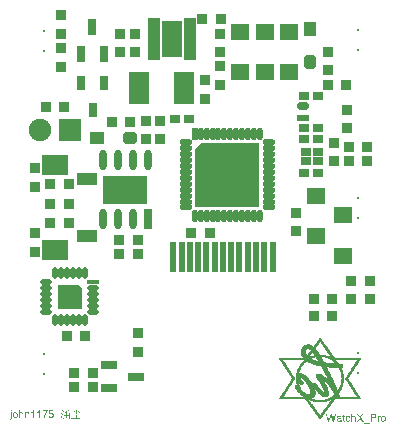
<source format=gbs>
G04*
G04 #@! TF.GenerationSoftware,Altium Limited,Altium Designer,19.0.4 (130)*
G04*
G04 Layer_Color=16711935*
%FSLAX25Y25*%
%MOIN*%
G70*
G01*
G75*
%ADD35R,0.02572X0.04737*%
%ADD36R,0.03950X0.04737*%
G04:AMPARAMS|DCode=37|XSize=47.37mil|YSize=39.5mil|CornerRadius=0mil|HoleSize=0mil|Usage=FLASHONLY|Rotation=90.000|XOffset=0mil|YOffset=0mil|HoleType=Round|Shape=Octagon|*
%AMOCTAGOND37*
4,1,8,0.00987,0.02368,-0.00987,0.02368,-0.01975,0.01381,-0.01975,-0.01381,-0.00987,-0.02368,0.00987,-0.02368,0.01975,-0.01381,0.01975,0.01381,0.00987,0.02368,0.0*
%
%ADD37OCTAGOND37*%

%ADD38R,0.03800X0.03800*%
%ADD45R,0.03800X0.03800*%
%ADD46C,0.00800*%
%ADD47R,0.07493X0.07493*%
%ADD48C,0.07493*%
%ADD49R,0.08674X0.06706*%
%ADD50R,0.06706X0.03950*%
%ADD82C,0.00100*%
%ADD83R,0.07021X0.12020*%
%ADD84R,0.04028X0.01902*%
G04:AMPARAMS|DCode=85|XSize=47.37mil|YSize=39.5mil|CornerRadius=0mil|HoleSize=0mil|Usage=FLASHONLY|Rotation=0.000|XOffset=0mil|YOffset=0mil|HoleType=Round|Shape=Octagon|*
%AMOCTAGOND85*
4,1,8,0.02368,-0.00987,0.02368,0.00987,0.01381,0.01975,-0.01381,0.01975,-0.02368,0.00987,-0.02368,-0.00987,-0.01381,-0.01975,0.01381,-0.01975,0.02368,-0.00987,0.0*
%
%ADD85OCTAGOND85*%

%ADD86R,0.04737X0.03950*%
%ADD87R,0.02769X0.05524*%
%ADD88R,0.06706X0.10642*%
%ADD89R,0.06312X0.05524*%
%ADD90R,0.02769X0.06706*%
%ADD91O,0.02769X0.06706*%
%ADD92O,0.01784X0.03950*%
%ADD93O,0.03950X0.01784*%
%ADD94R,0.03950X0.01784*%
%ADD95R,0.04737X0.04737*%
%ADD96R,0.03400X0.02800*%
%ADD97R,0.03950X0.02375*%
G04:AMPARAMS|DCode=98|XSize=23.75mil|YSize=39.5mil|CornerRadius=0mil|HoleSize=0mil|Usage=FLASHONLY|Rotation=270.000|XOffset=0mil|YOffset=0mil|HoleType=Round|Shape=Octagon|*
%AMOCTAGOND98*
4,1,8,0.01975,0.00594,0.01975,-0.00594,0.01381,-0.01187,-0.01381,-0.01187,-0.01975,-0.00594,-0.01975,0.00594,-0.01381,0.01187,0.01381,0.01187,0.01975,0.00594,0.0*
%
%ADD98OCTAGOND98*%

%ADD99R,0.03753X0.03162*%
%ADD100R,0.02178X0.09855*%
%ADD101R,0.05524X0.02769*%
%ADD102R,0.04337X0.04337*%
%ADD103O,0.01902X0.04343*%
%ADD104R,0.01902X0.04343*%
%ADD105O,0.04343X0.01902*%
G36*
X-15453Y39800D02*
X-21555D01*
Y50950D01*
X-15453D01*
Y39800D01*
D02*
G37*
G36*
X-26772Y-9646D02*
X-41350D01*
Y-200D01*
X-26772Y-197D01*
Y-9646D01*
D02*
G37*
G36*
X10630Y-10630D02*
X-10630D01*
Y8716D01*
X-8716Y10630D01*
X10630D01*
Y-10630D01*
D02*
G37*
G36*
X-48563Y-37647D02*
Y-44537D01*
X-56437D01*
Y-36663D01*
X-49547D01*
X-48563Y-37647D01*
D02*
G37*
G36*
X44479Y-80842D02*
X45438Y-82185D01*
X45020D01*
X44372Y-81275D01*
X44368Y-81271D01*
X44361Y-81260D01*
X44354Y-81245D01*
X44339Y-81227D01*
X44306Y-81175D01*
X44269Y-81119D01*
X44265Y-81123D01*
X44254Y-81138D01*
X44239Y-81160D01*
X44220Y-81190D01*
X44180Y-81249D01*
X44161Y-81275D01*
X44146Y-81297D01*
X43499Y-82185D01*
X43092D01*
X44080Y-80860D01*
X43207Y-79625D01*
X43610D01*
X44076Y-80283D01*
Y-80287D01*
X44083Y-80291D01*
X44091Y-80302D01*
X44102Y-80317D01*
X44124Y-80353D01*
X44157Y-80398D01*
X44191Y-80450D01*
X44224Y-80502D01*
X44254Y-80550D01*
X44280Y-80594D01*
X44283Y-80587D01*
X44294Y-80572D01*
X44313Y-80542D01*
X44339Y-80505D01*
X44368Y-80465D01*
X44405Y-80413D01*
X44442Y-80361D01*
X44487Y-80305D01*
X44997Y-79625D01*
X45367D01*
X44479Y-80842D01*
D02*
G37*
G36*
X50818Y-80291D02*
X50858Y-80298D01*
X50906Y-80313D01*
X50958Y-80331D01*
X51017Y-80357D01*
X51080Y-80391D01*
X50965Y-80679D01*
X50962Y-80675D01*
X50947Y-80668D01*
X50925Y-80657D01*
X50895Y-80646D01*
X50862Y-80635D01*
X50821Y-80624D01*
X50780Y-80616D01*
X50740Y-80612D01*
X50721D01*
X50703Y-80616D01*
X50677Y-80620D01*
X50651Y-80627D01*
X50618Y-80638D01*
X50584Y-80653D01*
X50555Y-80675D01*
X50551Y-80679D01*
X50540Y-80686D01*
X50529Y-80701D01*
X50510Y-80720D01*
X50492Y-80746D01*
X50473Y-80775D01*
X50455Y-80809D01*
X50440Y-80849D01*
X50436Y-80857D01*
X50433Y-80879D01*
X50425Y-80912D01*
X50414Y-80957D01*
X50403Y-81012D01*
X50396Y-81075D01*
X50392Y-81142D01*
X50388Y-81216D01*
Y-82185D01*
X50074D01*
Y-80328D01*
X50359D01*
Y-80609D01*
X50362Y-80605D01*
X50377Y-80579D01*
X50396Y-80546D01*
X50425Y-80505D01*
X50455Y-80465D01*
X50488Y-80420D01*
X50521Y-80383D01*
X50555Y-80353D01*
X50559Y-80350D01*
X50570Y-80342D01*
X50592Y-80331D01*
X50614Y-80320D01*
X50644Y-80309D01*
X50681Y-80298D01*
X50718Y-80291D01*
X50758Y-80287D01*
X50784D01*
X50818Y-80291D01*
D02*
G37*
G36*
X40335D02*
X40358D01*
X40387Y-80294D01*
X40457Y-80305D01*
X40535Y-80324D01*
X40617Y-80353D01*
X40698Y-80391D01*
X40776Y-80442D01*
X40779D01*
X40783Y-80450D01*
X40805Y-80472D01*
X40839Y-80505D01*
X40879Y-80553D01*
X40920Y-80612D01*
X40961Y-80686D01*
X40998Y-80772D01*
X41024Y-80871D01*
X40716Y-80920D01*
Y-80916D01*
X40713Y-80912D01*
X40709Y-80890D01*
X40698Y-80857D01*
X40679Y-80816D01*
X40661Y-80772D01*
X40631Y-80724D01*
X40598Y-80679D01*
X40561Y-80642D01*
X40557Y-80638D01*
X40543Y-80627D01*
X40517Y-80612D01*
X40487Y-80594D01*
X40446Y-80576D01*
X40402Y-80561D01*
X40350Y-80550D01*
X40295Y-80546D01*
X40273D01*
X40254Y-80550D01*
X40213Y-80553D01*
X40158Y-80568D01*
X40099Y-80587D01*
X40032Y-80616D01*
X39969Y-80661D01*
X39939Y-80686D01*
X39910Y-80716D01*
Y-80720D01*
X39902Y-80724D01*
X39895Y-80735D01*
X39888Y-80749D01*
X39877Y-80768D01*
X39862Y-80790D01*
X39851Y-80816D01*
X39836Y-80846D01*
X39821Y-80883D01*
X39810Y-80923D01*
X39795Y-80968D01*
X39784Y-81016D01*
X39777Y-81068D01*
X39769Y-81127D01*
X39762Y-81190D01*
Y-81256D01*
Y-81260D01*
Y-81271D01*
Y-81293D01*
X39766Y-81315D01*
Y-81349D01*
X39769Y-81382D01*
X39780Y-81463D01*
X39795Y-81552D01*
X39821Y-81645D01*
X39854Y-81726D01*
X39877Y-81767D01*
X39902Y-81800D01*
X39910Y-81808D01*
X39928Y-81826D01*
X39962Y-81852D01*
X40002Y-81882D01*
X40058Y-81915D01*
X40121Y-81941D01*
X40195Y-81959D01*
X40235Y-81963D01*
X40276Y-81967D01*
X40284D01*
X40306Y-81963D01*
X40343Y-81959D01*
X40383Y-81952D01*
X40432Y-81941D01*
X40483Y-81919D01*
X40535Y-81893D01*
X40583Y-81856D01*
X40591Y-81852D01*
X40602Y-81833D01*
X40624Y-81808D01*
X40650Y-81767D01*
X40676Y-81719D01*
X40705Y-81660D01*
X40728Y-81586D01*
X40742Y-81504D01*
X41053Y-81545D01*
Y-81549D01*
X41050Y-81560D01*
X41046Y-81574D01*
X41042Y-81597D01*
X41035Y-81626D01*
X41027Y-81656D01*
X41001Y-81730D01*
X40968Y-81808D01*
X40920Y-81893D01*
X40861Y-81974D01*
X40828Y-82011D01*
X40791Y-82048D01*
X40787Y-82052D01*
X40779Y-82055D01*
X40768Y-82063D01*
X40753Y-82074D01*
X40735Y-82089D01*
X40709Y-82104D01*
X40679Y-82118D01*
X40650Y-82137D01*
X40576Y-82170D01*
X40487Y-82196D01*
X40391Y-82218D01*
X40335Y-82222D01*
X40280Y-82226D01*
X40243D01*
X40217Y-82222D01*
X40184Y-82218D01*
X40147Y-82211D01*
X40106Y-82204D01*
X40062Y-82196D01*
X39962Y-82166D01*
X39914Y-82144D01*
X39862Y-82122D01*
X39810Y-82092D01*
X39762Y-82059D01*
X39714Y-82022D01*
X39669Y-81978D01*
X39666Y-81974D01*
X39658Y-81967D01*
X39647Y-81952D01*
X39632Y-81933D01*
X39618Y-81907D01*
X39595Y-81874D01*
X39577Y-81837D01*
X39555Y-81796D01*
X39533Y-81748D01*
X39514Y-81693D01*
X39492Y-81637D01*
X39477Y-81571D01*
X39462Y-81504D01*
X39451Y-81427D01*
X39444Y-81349D01*
X39440Y-81264D01*
Y-81260D01*
Y-81249D01*
Y-81234D01*
Y-81212D01*
X39444Y-81186D01*
Y-81156D01*
X39447Y-81123D01*
X39451Y-81086D01*
X39462Y-81005D01*
X39481Y-80916D01*
X39503Y-80827D01*
X39536Y-80738D01*
Y-80735D01*
X39540Y-80727D01*
X39547Y-80716D01*
X39555Y-80701D01*
X39577Y-80661D01*
X39610Y-80612D01*
X39655Y-80557D01*
X39706Y-80502D01*
X39769Y-80446D01*
X39840Y-80402D01*
X39843D01*
X39851Y-80398D01*
X39862Y-80391D01*
X39877Y-80383D01*
X39895Y-80376D01*
X39917Y-80365D01*
X39973Y-80342D01*
X40036Y-80324D01*
X40113Y-80305D01*
X40195Y-80291D01*
X40284Y-80287D01*
X40313D01*
X40335Y-80291D01*
D02*
G37*
G36*
X35566Y-82185D02*
X35233D01*
X34697Y-80235D01*
Y-80231D01*
X34693Y-80224D01*
X34689Y-80213D01*
X34686Y-80194D01*
X34674Y-80154D01*
X34663Y-80106D01*
X34648Y-80054D01*
X34634Y-80006D01*
X34623Y-79965D01*
X34619Y-79947D01*
X34615Y-79935D01*
Y-79939D01*
X34611Y-79943D01*
X34608Y-79965D01*
X34600Y-79998D01*
X34589Y-80039D01*
X34578Y-80083D01*
X34563Y-80135D01*
X34552Y-80187D01*
X34538Y-80235D01*
X33997Y-82185D01*
X33642D01*
X32972Y-79625D01*
X33324D01*
X33705Y-81304D01*
Y-81308D01*
X33709Y-81315D01*
X33712Y-81330D01*
X33716Y-81349D01*
X33720Y-81375D01*
X33727Y-81401D01*
X33735Y-81434D01*
X33742Y-81471D01*
X33760Y-81549D01*
X33779Y-81637D01*
X33797Y-81734D01*
X33816Y-81830D01*
Y-81826D01*
X33820Y-81811D01*
X33827Y-81793D01*
X33831Y-81763D01*
X33838Y-81734D01*
X33849Y-81697D01*
X33868Y-81615D01*
X33890Y-81534D01*
X33897Y-81493D01*
X33909Y-81456D01*
X33916Y-81423D01*
X33923Y-81393D01*
X33931Y-81371D01*
X33934Y-81356D01*
X34419Y-79625D01*
X34830D01*
X35192Y-80923D01*
Y-80927D01*
X35200Y-80945D01*
X35207Y-80971D01*
X35215Y-81005D01*
X35226Y-81049D01*
X35241Y-81097D01*
X35255Y-81153D01*
X35270Y-81216D01*
X35289Y-81286D01*
X35303Y-81356D01*
X35337Y-81508D01*
X35370Y-81667D01*
X35396Y-81830D01*
Y-81826D01*
X35400Y-81819D01*
Y-81804D01*
X35407Y-81785D01*
X35411Y-81763D01*
X35418Y-81737D01*
X35422Y-81704D01*
X35433Y-81667D01*
X35451Y-81586D01*
X35474Y-81489D01*
X35496Y-81386D01*
X35525Y-81271D01*
X35925Y-79625D01*
X36269D01*
X35566Y-82185D01*
D02*
G37*
G36*
X48838Y-79628D02*
X48901Y-79632D01*
X48967Y-79636D01*
X49030Y-79643D01*
X49086Y-79650D01*
X49093D01*
X49119Y-79658D01*
X49152Y-79665D01*
X49197Y-79676D01*
X49245Y-79695D01*
X49297Y-79717D01*
X49352Y-79743D01*
X49400Y-79773D01*
X49408Y-79776D01*
X49423Y-79787D01*
X49445Y-79810D01*
X49474Y-79835D01*
X49508Y-79869D01*
X49541Y-79913D01*
X49578Y-79961D01*
X49608Y-80017D01*
X49611Y-80024D01*
X49619Y-80043D01*
X49633Y-80076D01*
X49648Y-80120D01*
X49659Y-80172D01*
X49674Y-80231D01*
X49682Y-80298D01*
X49685Y-80368D01*
Y-80372D01*
Y-80383D01*
Y-80398D01*
X49682Y-80424D01*
X49678Y-80450D01*
X49674Y-80483D01*
X49667Y-80520D01*
X49659Y-80561D01*
X49633Y-80646D01*
X49619Y-80690D01*
X49597Y-80738D01*
X49571Y-80786D01*
X49545Y-80831D01*
X49511Y-80875D01*
X49474Y-80920D01*
X49471Y-80923D01*
X49463Y-80931D01*
X49452Y-80942D01*
X49434Y-80953D01*
X49411Y-80971D01*
X49382Y-80990D01*
X49345Y-81012D01*
X49304Y-81031D01*
X49256Y-81053D01*
X49201Y-81075D01*
X49141Y-81094D01*
X49071Y-81108D01*
X48997Y-81123D01*
X48916Y-81134D01*
X48823Y-81142D01*
X48727Y-81145D01*
X48072D01*
Y-82185D01*
X47732D01*
Y-79625D01*
X48783D01*
X48838Y-79628D01*
D02*
G37*
G36*
X41638Y-80542D02*
X41642Y-80538D01*
X41649Y-80531D01*
X41660Y-80520D01*
X41679Y-80502D01*
X41697Y-80483D01*
X41723Y-80461D01*
X41756Y-80439D01*
X41789Y-80413D01*
X41827Y-80391D01*
X41867Y-80368D01*
X41963Y-80328D01*
X42015Y-80309D01*
X42071Y-80298D01*
X42130Y-80291D01*
X42189Y-80287D01*
X42222D01*
X42263Y-80291D01*
X42311Y-80298D01*
X42367Y-80305D01*
X42426Y-80320D01*
X42485Y-80342D01*
X42544Y-80368D01*
X42552Y-80372D01*
X42570Y-80383D01*
X42596Y-80402D01*
X42629Y-80427D01*
X42663Y-80461D01*
X42700Y-80498D01*
X42733Y-80542D01*
X42763Y-80594D01*
X42766Y-80601D01*
X42774Y-80620D01*
X42785Y-80653D01*
X42796Y-80701D01*
X42807Y-80761D01*
X42818Y-80831D01*
X42825Y-80916D01*
X42829Y-81012D01*
Y-82185D01*
X42515D01*
Y-81008D01*
Y-81005D01*
Y-80997D01*
Y-80986D01*
Y-80971D01*
X42511Y-80931D01*
X42504Y-80879D01*
X42489Y-80823D01*
X42470Y-80768D01*
X42444Y-80712D01*
X42411Y-80668D01*
X42407Y-80664D01*
X42393Y-80650D01*
X42370Y-80631D01*
X42337Y-80612D01*
X42296Y-80590D01*
X42248Y-80576D01*
X42189Y-80561D01*
X42123Y-80557D01*
X42100D01*
X42074Y-80561D01*
X42037Y-80564D01*
X42000Y-80576D01*
X41956Y-80587D01*
X41912Y-80605D01*
X41864Y-80631D01*
X41860Y-80635D01*
X41845Y-80646D01*
X41823Y-80661D01*
X41797Y-80683D01*
X41767Y-80712D01*
X41738Y-80746D01*
X41712Y-80786D01*
X41690Y-80831D01*
X41686Y-80838D01*
X41682Y-80853D01*
X41675Y-80883D01*
X41664Y-80920D01*
X41653Y-80968D01*
X41645Y-81027D01*
X41642Y-81094D01*
X41638Y-81171D01*
Y-82185D01*
X41323D01*
Y-79625D01*
X41638D01*
Y-80542D01*
D02*
G37*
G36*
X37412Y-80291D02*
X37468Y-80294D01*
X37531Y-80302D01*
X37594Y-80313D01*
X37657Y-80328D01*
X37716Y-80346D01*
X37723Y-80350D01*
X37742Y-80357D01*
X37768Y-80368D01*
X37801Y-80383D01*
X37838Y-80405D01*
X37875Y-80427D01*
X37908Y-80457D01*
X37938Y-80487D01*
X37942Y-80490D01*
X37949Y-80502D01*
X37960Y-80520D01*
X37975Y-80542D01*
X37993Y-80576D01*
X38008Y-80609D01*
X38023Y-80650D01*
X38034Y-80698D01*
Y-80701D01*
X38038Y-80712D01*
X38041Y-80735D01*
X38045Y-80764D01*
Y-80805D01*
X38049Y-80853D01*
X38052Y-80916D01*
Y-80986D01*
Y-81408D01*
Y-81412D01*
Y-81427D01*
Y-81449D01*
Y-81478D01*
Y-81512D01*
Y-81552D01*
X38056Y-81641D01*
Y-81734D01*
X38060Y-81826D01*
X38064Y-81867D01*
Y-81904D01*
X38067Y-81937D01*
X38071Y-81963D01*
Y-81967D01*
X38075Y-81981D01*
X38078Y-82004D01*
X38089Y-82033D01*
X38097Y-82067D01*
X38112Y-82104D01*
X38130Y-82144D01*
X38149Y-82185D01*
X37819D01*
X37816Y-82181D01*
X37812Y-82166D01*
X37805Y-82148D01*
X37793Y-82118D01*
X37782Y-82085D01*
X37775Y-82044D01*
X37768Y-82000D01*
X37760Y-81952D01*
X37756D01*
X37753Y-81959D01*
X37731Y-81978D01*
X37697Y-82004D01*
X37653Y-82037D01*
X37597Y-82070D01*
X37542Y-82107D01*
X37483Y-82141D01*
X37420Y-82166D01*
X37412Y-82170D01*
X37390Y-82174D01*
X37357Y-82185D01*
X37316Y-82196D01*
X37264Y-82207D01*
X37205Y-82215D01*
X37139Y-82222D01*
X37072Y-82226D01*
X37042D01*
X37020Y-82222D01*
X36994D01*
X36965Y-82218D01*
X36898Y-82207D01*
X36824Y-82189D01*
X36743Y-82163D01*
X36669Y-82126D01*
X36602Y-82078D01*
X36595Y-82070D01*
X36576Y-82052D01*
X36550Y-82019D01*
X36521Y-81974D01*
X36491Y-81919D01*
X36465Y-81856D01*
X36447Y-81778D01*
X36443Y-81741D01*
X36439Y-81697D01*
Y-81689D01*
Y-81674D01*
X36443Y-81648D01*
X36447Y-81615D01*
X36454Y-81574D01*
X36465Y-81534D01*
X36480Y-81489D01*
X36498Y-81449D01*
X36502Y-81445D01*
X36510Y-81430D01*
X36524Y-81408D01*
X36543Y-81382D01*
X36565Y-81353D01*
X36595Y-81323D01*
X36624Y-81293D01*
X36661Y-81267D01*
X36665Y-81264D01*
X36680Y-81256D01*
X36698Y-81242D01*
X36728Y-81227D01*
X36761Y-81212D01*
X36802Y-81193D01*
X36843Y-81179D01*
X36891Y-81164D01*
X36894D01*
X36909Y-81160D01*
X36931Y-81153D01*
X36961Y-81149D01*
X36998Y-81142D01*
X37046Y-81134D01*
X37102Y-81123D01*
X37168Y-81116D01*
X37172D01*
X37187Y-81112D01*
X37205D01*
X37231Y-81108D01*
X37261Y-81105D01*
X37298Y-81097D01*
X37338Y-81094D01*
X37383Y-81086D01*
X37472Y-81068D01*
X37568Y-81049D01*
X37653Y-81027D01*
X37694Y-81016D01*
X37731Y-81005D01*
Y-81001D01*
Y-80994D01*
X37734Y-80971D01*
Y-80945D01*
Y-80931D01*
Y-80923D01*
Y-80920D01*
Y-80916D01*
Y-80894D01*
X37731Y-80857D01*
X37723Y-80816D01*
X37712Y-80772D01*
X37694Y-80727D01*
X37671Y-80686D01*
X37642Y-80653D01*
X37638Y-80650D01*
X37620Y-80635D01*
X37590Y-80620D01*
X37553Y-80598D01*
X37501Y-80579D01*
X37442Y-80561D01*
X37368Y-80550D01*
X37283Y-80546D01*
X37246D01*
X37209Y-80550D01*
X37157Y-80557D01*
X37105Y-80564D01*
X37050Y-80579D01*
X36998Y-80598D01*
X36954Y-80624D01*
X36950Y-80627D01*
X36935Y-80638D01*
X36917Y-80657D01*
X36894Y-80686D01*
X36872Y-80724D01*
X36846Y-80772D01*
X36824Y-80831D01*
X36802Y-80897D01*
X36495Y-80857D01*
Y-80853D01*
X36498Y-80849D01*
Y-80838D01*
X36502Y-80823D01*
X36513Y-80790D01*
X36528Y-80742D01*
X36547Y-80694D01*
X36569Y-80642D01*
X36598Y-80590D01*
X36632Y-80542D01*
X36635Y-80538D01*
X36650Y-80524D01*
X36672Y-80502D01*
X36702Y-80472D01*
X36743Y-80442D01*
X36791Y-80413D01*
X36846Y-80379D01*
X36909Y-80353D01*
X36913D01*
X36917Y-80350D01*
X36928Y-80346D01*
X36942Y-80342D01*
X36979Y-80331D01*
X37031Y-80320D01*
X37091Y-80309D01*
X37165Y-80298D01*
X37242Y-80291D01*
X37331Y-80287D01*
X37372D01*
X37412Y-80291D01*
D02*
G37*
G36*
X38903Y-80328D02*
X39222D01*
Y-80572D01*
X38903D01*
Y-81663D01*
Y-81671D01*
Y-81686D01*
Y-81708D01*
X38907Y-81734D01*
X38911Y-81793D01*
X38915Y-81819D01*
X38918Y-81837D01*
X38922Y-81845D01*
X38933Y-81859D01*
X38948Y-81878D01*
X38974Y-81896D01*
X38981Y-81900D01*
X39000Y-81907D01*
X39033Y-81915D01*
X39081Y-81919D01*
X39118D01*
X39137Y-81915D01*
X39162D01*
X39192Y-81911D01*
X39222Y-81907D01*
X39262Y-82185D01*
X39255D01*
X39240Y-82189D01*
X39214Y-82192D01*
X39181Y-82196D01*
X39144Y-82204D01*
X39103Y-82207D01*
X39022Y-82211D01*
X38992D01*
X38963Y-82207D01*
X38926Y-82204D01*
X38881Y-82200D01*
X38837Y-82189D01*
X38796Y-82178D01*
X38756Y-82159D01*
X38752Y-82155D01*
X38741Y-82148D01*
X38726Y-82137D01*
X38704Y-82118D01*
X38685Y-82100D01*
X38663Y-82074D01*
X38641Y-82048D01*
X38626Y-82015D01*
Y-82011D01*
X38619Y-81996D01*
X38615Y-81970D01*
X38607Y-81933D01*
X38600Y-81885D01*
X38596Y-81856D01*
Y-81822D01*
X38593Y-81782D01*
X38589Y-81741D01*
Y-81697D01*
Y-81645D01*
Y-80572D01*
X38356D01*
Y-80328D01*
X38589D01*
Y-79869D01*
X38903Y-79680D01*
Y-80328D01*
D02*
G37*
G36*
X52083Y-80291D02*
X52116Y-80294D01*
X52153Y-80302D01*
X52194Y-80309D01*
X52242Y-80317D01*
X52342Y-80350D01*
X52394Y-80368D01*
X52446Y-80394D01*
X52497Y-80420D01*
X52549Y-80457D01*
X52597Y-80494D01*
X52645Y-80538D01*
X52649Y-80542D01*
X52656Y-80550D01*
X52667Y-80564D01*
X52682Y-80583D01*
X52701Y-80609D01*
X52723Y-80642D01*
X52745Y-80679D01*
X52767Y-80720D01*
X52790Y-80764D01*
X52812Y-80820D01*
X52834Y-80875D01*
X52852Y-80938D01*
X52867Y-81005D01*
X52878Y-81075D01*
X52886Y-81149D01*
X52890Y-81230D01*
Y-81234D01*
Y-81245D01*
Y-81264D01*
Y-81290D01*
X52886Y-81319D01*
X52882Y-81356D01*
Y-81393D01*
X52875Y-81434D01*
X52864Y-81526D01*
X52841Y-81619D01*
X52816Y-81711D01*
X52779Y-81796D01*
Y-81800D01*
X52775Y-81804D01*
X52767Y-81815D01*
X52760Y-81830D01*
X52734Y-81867D01*
X52701Y-81911D01*
X52656Y-81963D01*
X52601Y-82015D01*
X52538Y-82067D01*
X52464Y-82115D01*
X52460D01*
X52457Y-82118D01*
X52446Y-82126D01*
X52427Y-82133D01*
X52408Y-82141D01*
X52386Y-82148D01*
X52331Y-82170D01*
X52268Y-82189D01*
X52190Y-82207D01*
X52109Y-82222D01*
X52020Y-82226D01*
X51983D01*
X51953Y-82222D01*
X51920Y-82218D01*
X51883Y-82211D01*
X51839Y-82204D01*
X51794Y-82196D01*
X51694Y-82166D01*
X51639Y-82144D01*
X51587Y-82122D01*
X51535Y-82092D01*
X51484Y-82059D01*
X51435Y-82022D01*
X51387Y-81978D01*
X51384Y-81974D01*
X51376Y-81967D01*
X51365Y-81952D01*
X51350Y-81930D01*
X51332Y-81904D01*
X51313Y-81874D01*
X51291Y-81837D01*
X51269Y-81793D01*
X51247Y-81745D01*
X51224Y-81689D01*
X51206Y-81630D01*
X51187Y-81567D01*
X51173Y-81497D01*
X51162Y-81423D01*
X51154Y-81341D01*
X51151Y-81256D01*
Y-81249D01*
Y-81234D01*
X51154Y-81208D01*
Y-81171D01*
X51158Y-81130D01*
X51165Y-81079D01*
X51173Y-81027D01*
X51187Y-80968D01*
X51202Y-80909D01*
X51221Y-80846D01*
X51243Y-80779D01*
X51273Y-80716D01*
X51302Y-80657D01*
X51343Y-80598D01*
X51384Y-80542D01*
X51435Y-80494D01*
X51439Y-80490D01*
X51446Y-80487D01*
X51461Y-80476D01*
X51480Y-80461D01*
X51502Y-80446D01*
X51532Y-80427D01*
X51561Y-80409D01*
X51598Y-80391D01*
X51639Y-80372D01*
X51683Y-80353D01*
X51783Y-80320D01*
X51898Y-80294D01*
X51957Y-80291D01*
X52020Y-80287D01*
X52057D01*
X52083Y-80291D01*
D02*
G37*
G36*
X47491Y-82895D02*
X45408D01*
Y-82670D01*
X47491D01*
Y-82895D01*
D02*
G37*
G36*
X-55240Y-78203D02*
X-55226Y-78210D01*
X-55203Y-78221D01*
X-55177Y-78236D01*
X-55152Y-78255D01*
X-55089Y-78292D01*
X-55026Y-78333D01*
X-54967Y-78373D01*
X-54941Y-78392D01*
X-54918Y-78410D01*
X-54904Y-78429D01*
X-54893Y-78443D01*
X-54889Y-78447D01*
X-54885Y-78455D01*
X-54878Y-78469D01*
X-54870Y-78488D01*
X-54856Y-78529D01*
X-54848Y-78551D01*
Y-78573D01*
Y-78577D01*
Y-78584D01*
X-54852Y-78599D01*
Y-78614D01*
X-54867Y-78658D01*
X-54878Y-78680D01*
X-54893Y-78702D01*
Y-78706D01*
X-54900Y-78710D01*
X-54915Y-78728D01*
X-54937Y-78751D01*
X-54948Y-78754D01*
X-54959Y-78758D01*
X-54963D01*
X-54967Y-78754D01*
X-54978Y-78751D01*
X-54993Y-78740D01*
X-55007Y-78725D01*
X-55026Y-78699D01*
X-55041Y-78666D01*
X-55059Y-78617D01*
Y-78614D01*
X-55063Y-78606D01*
X-55067Y-78595D01*
X-55074Y-78580D01*
X-55089Y-78543D01*
X-55115Y-78492D01*
X-55144Y-78432D01*
X-55181Y-78369D01*
X-55229Y-78303D01*
X-55281Y-78240D01*
X-55255Y-78196D01*
X-55251D01*
X-55240Y-78203D01*
D02*
G37*
G36*
X-71927Y-78810D02*
X-72242D01*
Y-78443D01*
X-71927D01*
Y-78810D01*
D02*
G37*
G36*
X-52669Y-78477D02*
X-52676D01*
X-52691Y-78480D01*
X-52717Y-78484D01*
X-52750Y-78492D01*
X-52791Y-78503D01*
X-52839Y-78518D01*
X-52887Y-78540D01*
X-52943Y-78562D01*
X-52950Y-78566D01*
X-52957Y-78569D01*
X-52972Y-78577D01*
X-52987Y-78588D01*
X-53006Y-78599D01*
X-53031Y-78614D01*
X-53061Y-78628D01*
X-53094Y-78651D01*
X-53131Y-78673D01*
X-53172Y-78702D01*
X-53216Y-78732D01*
X-53268Y-78765D01*
X-53324Y-78806D01*
X-53383Y-78847D01*
X-53450Y-78895D01*
X-53353Y-78950D01*
X-53479Y-79036D01*
Y-79705D01*
X-53475Y-79709D01*
X-53464Y-79713D01*
X-53446Y-79724D01*
X-53420Y-79735D01*
X-53390Y-79753D01*
X-53357Y-79772D01*
X-53279Y-79813D01*
X-53198Y-79861D01*
X-53113Y-79912D01*
X-53039Y-79968D01*
X-53006Y-79990D01*
X-52976Y-80016D01*
X-52969Y-80020D01*
X-52954Y-80038D01*
X-52932Y-80060D01*
X-52906Y-80094D01*
X-52880Y-80131D01*
X-52858Y-80168D01*
X-52843Y-80212D01*
X-52835Y-80253D01*
Y-80256D01*
Y-80264D01*
Y-80275D01*
X-52839Y-80290D01*
X-52850Y-80327D01*
X-52872Y-80371D01*
Y-80375D01*
X-52876Y-80382D01*
X-52891Y-80401D01*
X-52906Y-80423D01*
X-52913Y-80430D01*
X-52921Y-80434D01*
X-52924D01*
X-52932Y-80430D01*
X-52943Y-80427D01*
X-52957Y-80412D01*
X-52980Y-80393D01*
X-53002Y-80364D01*
X-53028Y-80323D01*
X-53043Y-80297D01*
X-53057Y-80268D01*
Y-80264D01*
X-53065Y-80256D01*
X-53072Y-80245D01*
X-53083Y-80227D01*
X-53094Y-80205D01*
X-53113Y-80179D01*
X-53157Y-80116D01*
X-53216Y-80042D01*
X-53250Y-80001D01*
X-53287Y-79957D01*
X-53331Y-79912D01*
X-53376Y-79868D01*
X-53427Y-79824D01*
X-53479Y-79776D01*
Y-80560D01*
Y-80567D01*
Y-80586D01*
X-53483Y-80615D01*
X-53487Y-80652D01*
X-53494Y-80689D01*
X-53501Y-80730D01*
X-53516Y-80767D01*
X-53535Y-80797D01*
X-53538Y-80800D01*
X-53546Y-80808D01*
X-53564Y-80823D01*
X-53587Y-80841D01*
X-53620Y-80863D01*
X-53664Y-80885D01*
X-53720Y-80911D01*
X-53786Y-80937D01*
Y-80934D01*
X-53790Y-80930D01*
X-53797Y-80908D01*
X-53816Y-80874D01*
X-53831Y-80856D01*
X-53849Y-80834D01*
X-53871Y-80812D01*
X-53901Y-80786D01*
X-53931Y-80763D01*
X-53968Y-80738D01*
X-54012Y-80712D01*
X-54060Y-80689D01*
X-54116Y-80667D01*
X-54179Y-80645D01*
Y-80586D01*
X-54164D01*
X-54145Y-80589D01*
X-54119Y-80593D01*
X-54090Y-80597D01*
X-54060Y-80601D01*
X-53986Y-80608D01*
X-53908Y-80615D01*
X-53838Y-80623D01*
X-53805Y-80626D01*
X-53779D01*
X-53757Y-80630D01*
X-53727D01*
X-53698Y-80623D01*
X-53686Y-80612D01*
X-53672Y-80601D01*
X-53664Y-80582D01*
X-53661Y-80560D01*
Y-79790D01*
X-53664Y-79794D01*
X-53679Y-79809D01*
X-53705Y-79827D01*
X-53734Y-79853D01*
X-53772Y-79883D01*
X-53812Y-79920D01*
X-53901Y-79997D01*
X-53993Y-80083D01*
X-54038Y-80123D01*
X-54079Y-80160D01*
X-54116Y-80197D01*
X-54145Y-80231D01*
X-54164Y-80256D01*
X-54179Y-80279D01*
X-54375Y-80083D01*
X-54371D01*
X-54367Y-80079D01*
X-54352Y-80075D01*
X-54338Y-80068D01*
X-54315Y-80060D01*
X-54290Y-80049D01*
X-54256Y-80035D01*
X-54216Y-80016D01*
X-54171Y-79994D01*
X-54119Y-79964D01*
X-54060Y-79935D01*
X-53993Y-79901D01*
X-53923Y-79861D01*
X-53842Y-79813D01*
X-53757Y-79761D01*
X-53661Y-79705D01*
Y-79702D01*
Y-79698D01*
Y-79676D01*
Y-79642D01*
Y-79598D01*
Y-79542D01*
Y-79479D01*
Y-79413D01*
Y-79339D01*
X-53664Y-79187D01*
X-53668Y-79036D01*
Y-78961D01*
X-53672Y-78895D01*
Y-78836D01*
X-53675Y-78784D01*
X-53505Y-78869D01*
X-53072Y-78447D01*
X-54053D01*
X-54090Y-78451D01*
X-54134D01*
X-54186Y-78458D01*
X-54241Y-78466D01*
X-54301Y-78477D01*
X-54360Y-78492D01*
X-54486Y-78366D01*
X-53057D01*
X-52921Y-78210D01*
X-52669Y-78477D01*
D02*
G37*
G36*
X-66533Y-79110D02*
X-66492Y-79113D01*
X-66444Y-79121D01*
X-66392Y-79132D01*
X-66337Y-79146D01*
X-66285Y-79169D01*
X-66277Y-79172D01*
X-66263Y-79180D01*
X-66237Y-79191D01*
X-66207Y-79209D01*
X-66170Y-79232D01*
X-66137Y-79261D01*
X-66104Y-79291D01*
X-66074Y-79328D01*
X-66070Y-79331D01*
X-66063Y-79346D01*
X-66052Y-79365D01*
X-66033Y-79391D01*
X-66018Y-79428D01*
X-66004Y-79465D01*
X-65985Y-79509D01*
X-65974Y-79557D01*
Y-79561D01*
X-65970Y-79576D01*
X-65967Y-79598D01*
X-65963Y-79628D01*
Y-79672D01*
X-65959Y-79724D01*
X-65956Y-79787D01*
Y-79864D01*
Y-81004D01*
X-66270D01*
Y-79879D01*
Y-79875D01*
Y-79872D01*
Y-79846D01*
Y-79813D01*
X-66274Y-79772D01*
X-66277Y-79724D01*
X-66285Y-79676D01*
X-66296Y-79631D01*
X-66307Y-79590D01*
Y-79587D01*
X-66315Y-79576D01*
X-66326Y-79557D01*
X-66337Y-79535D01*
X-66355Y-79513D01*
X-66377Y-79487D01*
X-66407Y-79461D01*
X-66440Y-79439D01*
X-66444Y-79435D01*
X-66455Y-79428D01*
X-66477Y-79420D01*
X-66503Y-79409D01*
X-66533Y-79398D01*
X-66570Y-79387D01*
X-66614Y-79383D01*
X-66659Y-79380D01*
X-66677D01*
X-66692Y-79383D01*
X-66729Y-79387D01*
X-66777Y-79394D01*
X-66829Y-79413D01*
X-66888Y-79435D01*
X-66947Y-79465D01*
X-67003Y-79509D01*
X-67010Y-79517D01*
X-67025Y-79535D01*
X-67036Y-79550D01*
X-67047Y-79568D01*
X-67062Y-79590D01*
X-67073Y-79616D01*
X-67088Y-79646D01*
X-67103Y-79683D01*
X-67114Y-79724D01*
X-67125Y-79768D01*
X-67132Y-79816D01*
X-67140Y-79868D01*
X-67147Y-79931D01*
Y-79994D01*
Y-81004D01*
X-67462D01*
Y-79146D01*
X-67180D01*
Y-79413D01*
X-67177Y-79409D01*
X-67169Y-79398D01*
X-67158Y-79383D01*
X-67143Y-79365D01*
X-67121Y-79343D01*
X-67095Y-79317D01*
X-67066Y-79287D01*
X-67029Y-79258D01*
X-66992Y-79232D01*
X-66947Y-79202D01*
X-66899Y-79176D01*
X-66847Y-79154D01*
X-66788Y-79135D01*
X-66729Y-79121D01*
X-66662Y-79110D01*
X-66592Y-79106D01*
X-66562D01*
X-66533Y-79110D01*
D02*
G37*
G36*
X-55570Y-78969D02*
X-55555Y-78976D01*
X-55536Y-78987D01*
X-55507Y-79002D01*
X-55477Y-79021D01*
X-55440Y-79043D01*
X-55362Y-79095D01*
X-55285Y-79154D01*
X-55251Y-79187D01*
X-55218Y-79217D01*
X-55189Y-79250D01*
X-55166Y-79280D01*
X-55155Y-79309D01*
X-55148Y-79339D01*
Y-79346D01*
Y-79361D01*
Y-79387D01*
X-55155Y-79417D01*
X-55163Y-79450D01*
X-55174Y-79483D01*
X-55192Y-79513D01*
X-55218Y-79539D01*
X-55222Y-79542D01*
X-55229D01*
X-55244Y-79546D01*
X-55263Y-79542D01*
X-55285Y-79528D01*
X-55296Y-79517D01*
X-55307Y-79502D01*
X-55318Y-79483D01*
X-55329Y-79461D01*
X-55340Y-79431D01*
X-55351Y-79398D01*
Y-79394D01*
X-55355Y-79391D01*
X-55359Y-79380D01*
X-55366Y-79365D01*
X-55385Y-79331D01*
X-55411Y-79280D01*
X-55444Y-79224D01*
X-55488Y-79158D01*
X-55540Y-79087D01*
X-55603Y-79010D01*
X-55573Y-78965D01*
X-55570Y-78969D01*
D02*
G37*
G36*
X-49861Y-78606D02*
X-49838Y-78617D01*
X-49805Y-78640D01*
X-49761Y-78666D01*
X-49705Y-78695D01*
X-49646Y-78728D01*
X-49579Y-78769D01*
X-49513Y-78810D01*
X-49376Y-78895D01*
X-49309Y-78939D01*
X-49246Y-78984D01*
X-49191Y-79024D01*
X-49143Y-79061D01*
X-49106Y-79098D01*
X-49080Y-79128D01*
X-49076Y-79135D01*
X-49061Y-79150D01*
X-49047Y-79180D01*
X-49024Y-79213D01*
X-49006Y-79250D01*
X-48987Y-79291D01*
X-48976Y-79331D01*
X-48973Y-79372D01*
Y-79376D01*
Y-79383D01*
X-48976Y-79394D01*
Y-79409D01*
X-48991Y-79450D01*
X-49002Y-79472D01*
X-49017Y-79498D01*
Y-79502D01*
X-49024Y-79509D01*
X-49039Y-79531D01*
X-49058Y-79557D01*
X-49065Y-79565D01*
X-49073Y-79568D01*
X-49076D01*
X-49084Y-79565D01*
X-49102Y-79557D01*
X-49121Y-79542D01*
X-49147Y-79517D01*
X-49161Y-79498D01*
X-49180Y-79479D01*
X-49195Y-79454D01*
X-49213Y-79428D01*
X-49232Y-79394D01*
X-49254Y-79357D01*
Y-79354D01*
X-49261Y-79343D01*
X-49272Y-79328D01*
X-49287Y-79306D01*
X-49306Y-79280D01*
X-49328Y-79246D01*
X-49357Y-79206D01*
X-49394Y-79161D01*
X-49435Y-79113D01*
X-49483Y-79058D01*
X-49535Y-79002D01*
X-49598Y-78936D01*
X-49665Y-78869D01*
X-49738Y-78799D01*
X-49824Y-78721D01*
X-49912Y-78643D01*
X-49868Y-78603D01*
X-49864D01*
X-49861Y-78606D01*
D02*
G37*
G36*
X-52780Y-79091D02*
X-52906Y-79121D01*
X-52909Y-79124D01*
X-52921Y-79132D01*
X-52935Y-79146D01*
X-52957Y-79165D01*
X-52983Y-79191D01*
X-53013Y-79217D01*
X-53087Y-79280D01*
X-53168Y-79350D01*
X-53254Y-79428D01*
X-53342Y-79502D01*
X-53424Y-79568D01*
X-53450Y-79524D01*
X-53446Y-79520D01*
X-53439Y-79509D01*
X-53424Y-79494D01*
X-53409Y-79472D01*
X-53387Y-79443D01*
X-53361Y-79409D01*
X-53331Y-79369D01*
X-53302Y-79328D01*
X-53268Y-79280D01*
X-53235Y-79228D01*
X-53161Y-79117D01*
X-53087Y-78999D01*
X-53017Y-78869D01*
X-52780Y-79091D01*
D02*
G37*
G36*
X-54219Y-78987D02*
X-54204Y-78995D01*
X-54182Y-79006D01*
X-54156Y-79021D01*
X-54130Y-79036D01*
X-54064Y-79072D01*
X-53997Y-79113D01*
X-53934Y-79158D01*
X-53908Y-79176D01*
X-53882Y-79195D01*
X-53864Y-79213D01*
X-53849Y-79232D01*
X-53846Y-79235D01*
X-53838Y-79246D01*
X-53831Y-79261D01*
X-53816Y-79283D01*
X-53797Y-79331D01*
X-53790Y-79361D01*
X-53786Y-79387D01*
Y-79391D01*
Y-79398D01*
Y-79409D01*
X-53790Y-79424D01*
X-53801Y-79461D01*
X-53823Y-79505D01*
Y-79509D01*
X-53827Y-79517D01*
X-53842Y-79535D01*
X-53864Y-79557D01*
X-53871Y-79565D01*
X-53882Y-79568D01*
X-53886D01*
X-53890Y-79565D01*
X-53897Y-79561D01*
X-53908Y-79550D01*
X-53923Y-79535D01*
X-53938Y-79509D01*
X-53953Y-79476D01*
X-53968Y-79428D01*
Y-79424D01*
X-53971Y-79420D01*
X-53975Y-79409D01*
X-53982Y-79394D01*
X-54005Y-79354D01*
X-54034Y-79302D01*
X-54075Y-79243D01*
X-54127Y-79172D01*
X-54186Y-79098D01*
X-54260Y-79021D01*
X-54234Y-78980D01*
X-54230D01*
X-54219Y-78987D01*
D02*
G37*
G36*
X-50164Y-78281D02*
X-50275Y-78392D01*
Y-78395D01*
Y-78407D01*
Y-78421D01*
Y-78443D01*
Y-78469D01*
Y-78499D01*
Y-78536D01*
Y-78577D01*
Y-78669D01*
Y-78769D01*
Y-78884D01*
Y-78999D01*
Y-79002D01*
Y-79013D01*
Y-79028D01*
Y-79050D01*
Y-79080D01*
Y-79113D01*
Y-79150D01*
X-50271Y-79191D01*
Y-79283D01*
X-50268Y-79383D01*
X-50264Y-79487D01*
X-50260Y-79594D01*
X-50497Y-79679D01*
Y-79676D01*
Y-79661D01*
Y-79642D01*
X-50493Y-79613D01*
Y-79579D01*
Y-79539D01*
X-50490Y-79491D01*
Y-79439D01*
Y-79383D01*
X-50486Y-79324D01*
Y-79191D01*
X-50482Y-79050D01*
Y-78902D01*
Y-78899D01*
Y-78884D01*
Y-78862D01*
Y-78832D01*
Y-78799D01*
Y-78754D01*
Y-78706D01*
Y-78654D01*
X-50486Y-78595D01*
Y-78532D01*
X-50490Y-78399D01*
X-50493Y-78259D01*
X-50497Y-78110D01*
X-50164Y-78281D01*
D02*
G37*
G36*
X-50819Y-78799D02*
X-50826D01*
X-50845Y-78806D01*
X-50878Y-78825D01*
X-50926Y-78851D01*
X-50956Y-78869D01*
X-50985Y-78891D01*
X-51022Y-78917D01*
X-51059Y-78950D01*
X-51104Y-78987D01*
X-51148Y-79028D01*
X-51200Y-79076D01*
X-51252Y-79132D01*
X-51256Y-79135D01*
X-51267Y-79146D01*
X-51281Y-79161D01*
X-51304Y-79184D01*
X-51333Y-79213D01*
X-51367Y-79243D01*
X-51403Y-79280D01*
X-51448Y-79320D01*
X-51496Y-79365D01*
X-51548Y-79409D01*
X-51607Y-79457D01*
X-51666Y-79509D01*
X-51796Y-79613D01*
X-51936Y-79720D01*
X-51981Y-79679D01*
X-51977Y-79676D01*
X-51966Y-79664D01*
X-51951Y-79650D01*
X-51929Y-79628D01*
X-51903Y-79602D01*
X-51873Y-79572D01*
X-51836Y-79535D01*
X-51799Y-79494D01*
X-51718Y-79405D01*
X-51629Y-79309D01*
X-51537Y-79206D01*
X-51452Y-79098D01*
X-51448Y-79095D01*
X-51441Y-79084D01*
X-51429Y-79069D01*
X-51415Y-79050D01*
X-51396Y-79024D01*
X-51374Y-78995D01*
X-51352Y-78958D01*
X-51326Y-78921D01*
X-51270Y-78836D01*
X-51211Y-78743D01*
X-51159Y-78647D01*
X-51111Y-78547D01*
X-50819Y-78799D01*
D02*
G37*
G36*
X-54611Y-78839D02*
Y-78843D01*
X-54615Y-78854D01*
X-54623Y-78873D01*
X-54626Y-78895D01*
X-54637Y-78928D01*
X-54645Y-78961D01*
X-54659Y-79002D01*
X-54671Y-79050D01*
X-54685Y-79098D01*
X-54700Y-79154D01*
X-54734Y-79269D01*
X-54770Y-79394D01*
X-54808Y-79524D01*
X-54844Y-79657D01*
X-54882Y-79790D01*
X-54918Y-79916D01*
X-54952Y-80035D01*
X-54967Y-80090D01*
X-54981Y-80142D01*
X-54993Y-80186D01*
X-55004Y-80231D01*
X-55015Y-80268D01*
X-55026Y-80297D01*
X-55029Y-80327D01*
X-55037Y-80345D01*
Y-80349D01*
X-55041Y-80353D01*
Y-80364D01*
X-55044Y-80375D01*
X-55052Y-80412D01*
X-55059Y-80464D01*
X-55067Y-80527D01*
X-55074Y-80597D01*
X-55078Y-80682D01*
Y-80771D01*
Y-80774D01*
Y-80782D01*
Y-80793D01*
Y-80812D01*
X-55074Y-80856D01*
Y-80908D01*
X-55070Y-80963D01*
X-55067Y-81019D01*
X-55063Y-81074D01*
X-55059Y-81115D01*
Y-81119D01*
Y-81122D01*
X-55067Y-81141D01*
X-55078Y-81152D01*
X-55089Y-81163D01*
X-55107Y-81167D01*
X-55129Y-81170D01*
X-55152D01*
X-55166Y-81167D01*
X-55189Y-81163D01*
X-55211Y-81159D01*
X-55270Y-81141D01*
X-55274D01*
X-55281Y-81133D01*
X-55296Y-81126D01*
X-55311Y-81115D01*
X-55326Y-81100D01*
X-55340Y-81078D01*
X-55348Y-81052D01*
X-55351Y-81019D01*
Y-81015D01*
Y-81008D01*
X-55348Y-80989D01*
Y-80967D01*
X-55340Y-80937D01*
X-55333Y-80904D01*
X-55326Y-80860D01*
X-55311Y-80812D01*
X-55307Y-80804D01*
X-55303Y-80789D01*
X-55296Y-80763D01*
X-55288Y-80730D01*
X-55281Y-80693D01*
X-55274Y-80656D01*
X-55266Y-80619D01*
Y-80586D01*
Y-80582D01*
Y-80571D01*
X-55270Y-80553D01*
X-55274Y-80530D01*
X-55281Y-80508D01*
X-55292Y-80482D01*
X-55307Y-80456D01*
X-55329Y-80434D01*
X-55333Y-80430D01*
X-55344Y-80423D01*
X-55359Y-80412D01*
X-55388Y-80401D01*
X-55425Y-80382D01*
X-55470Y-80364D01*
X-55529Y-80345D01*
X-55603Y-80323D01*
Y-80268D01*
X-55592D01*
X-55581Y-80271D01*
X-55562D01*
X-55522Y-80275D01*
X-55470Y-80279D01*
X-55414Y-80282D01*
X-55362Y-80286D01*
X-55285D01*
X-55277Y-80282D01*
X-55263Y-80279D01*
X-55248Y-80268D01*
X-55226Y-80253D01*
X-55203Y-80231D01*
X-55177Y-80201D01*
X-55148Y-80160D01*
X-55144Y-80153D01*
X-55137Y-80142D01*
X-55129Y-80123D01*
X-55118Y-80097D01*
X-55103Y-80057D01*
X-55081Y-80009D01*
X-55059Y-79949D01*
X-55044Y-79912D01*
X-55029Y-79872D01*
X-55015Y-79831D01*
X-54996Y-79783D01*
X-54978Y-79731D01*
X-54956Y-79672D01*
X-54937Y-79613D01*
X-54911Y-79546D01*
X-54889Y-79476D01*
X-54859Y-79398D01*
X-54833Y-79317D01*
X-54804Y-79232D01*
X-54770Y-79139D01*
X-54737Y-79039D01*
X-54704Y-78936D01*
X-54667Y-78825D01*
X-54611Y-78839D01*
D02*
G37*
G36*
X-58012Y-78777D02*
X-59037D01*
X-59174Y-79468D01*
X-59170Y-79465D01*
X-59162Y-79461D01*
X-59151Y-79454D01*
X-59133Y-79443D01*
X-59111Y-79431D01*
X-59085Y-79417D01*
X-59026Y-79387D01*
X-58951Y-79357D01*
X-58870Y-79331D01*
X-58781Y-79313D01*
X-58737Y-79306D01*
X-58656D01*
X-58633Y-79309D01*
X-58604Y-79313D01*
X-58570Y-79317D01*
X-58533Y-79324D01*
X-58493Y-79335D01*
X-58404Y-79361D01*
X-58356Y-79380D01*
X-58308Y-79405D01*
X-58260Y-79431D01*
X-58211Y-79461D01*
X-58167Y-79498D01*
X-58123Y-79539D01*
X-58119Y-79542D01*
X-58112Y-79550D01*
X-58100Y-79561D01*
X-58086Y-79579D01*
X-58067Y-79605D01*
X-58049Y-79631D01*
X-58026Y-79664D01*
X-58004Y-79702D01*
X-57986Y-79742D01*
X-57964Y-79787D01*
X-57945Y-79838D01*
X-57927Y-79890D01*
X-57912Y-79946D01*
X-57901Y-80009D01*
X-57893Y-80072D01*
X-57890Y-80138D01*
Y-80142D01*
Y-80153D01*
Y-80171D01*
X-57893Y-80197D01*
X-57897Y-80227D01*
X-57901Y-80260D01*
X-57908Y-80301D01*
X-57916Y-80342D01*
X-57938Y-80438D01*
X-57975Y-80538D01*
X-57997Y-80589D01*
X-58026Y-80638D01*
X-58056Y-80689D01*
X-58093Y-80738D01*
X-58097Y-80741D01*
X-58104Y-80752D01*
X-58119Y-80767D01*
X-58138Y-80786D01*
X-58163Y-80808D01*
X-58193Y-80837D01*
X-58230Y-80863D01*
X-58271Y-80893D01*
X-58315Y-80923D01*
X-58367Y-80948D01*
X-58422Y-80974D01*
X-58482Y-81000D01*
X-58544Y-81019D01*
X-58615Y-81033D01*
X-58689Y-81045D01*
X-58767Y-81048D01*
X-58800D01*
X-58826Y-81045D01*
X-58855Y-81041D01*
X-58889Y-81037D01*
X-58929Y-81033D01*
X-58970Y-81022D01*
X-59062Y-81000D01*
X-59155Y-80967D01*
X-59203Y-80945D01*
X-59251Y-80919D01*
X-59296Y-80889D01*
X-59340Y-80856D01*
X-59344Y-80852D01*
X-59351Y-80848D01*
X-59359Y-80834D01*
X-59373Y-80819D01*
X-59392Y-80800D01*
X-59410Y-80778D01*
X-59433Y-80749D01*
X-59451Y-80715D01*
X-59473Y-80682D01*
X-59495Y-80641D01*
X-59536Y-80553D01*
X-59569Y-80449D01*
X-59580Y-80393D01*
X-59588Y-80334D01*
X-59259Y-80308D01*
Y-80312D01*
Y-80319D01*
X-59255Y-80330D01*
X-59251Y-80349D01*
X-59240Y-80390D01*
X-59225Y-80445D01*
X-59203Y-80501D01*
X-59174Y-80564D01*
X-59136Y-80619D01*
X-59092Y-80671D01*
X-59085Y-80675D01*
X-59070Y-80689D01*
X-59040Y-80708D01*
X-59000Y-80730D01*
X-58955Y-80752D01*
X-58900Y-80771D01*
X-58837Y-80786D01*
X-58767Y-80789D01*
X-58744D01*
X-58729Y-80786D01*
X-58685Y-80782D01*
X-58633Y-80767D01*
X-58570Y-80749D01*
X-58508Y-80719D01*
X-58441Y-80675D01*
X-58411Y-80649D01*
X-58382Y-80619D01*
X-58378Y-80615D01*
X-58374Y-80612D01*
X-58367Y-80601D01*
X-58356Y-80589D01*
X-58330Y-80549D01*
X-58300Y-80497D01*
X-58274Y-80434D01*
X-58249Y-80356D01*
X-58230Y-80264D01*
X-58223Y-80216D01*
Y-80164D01*
Y-80160D01*
Y-80153D01*
Y-80138D01*
X-58226Y-80120D01*
Y-80097D01*
X-58230Y-80072D01*
X-58241Y-80012D01*
X-58260Y-79942D01*
X-58285Y-79872D01*
X-58323Y-79805D01*
X-58374Y-79742D01*
Y-79738D01*
X-58382Y-79735D01*
X-58400Y-79716D01*
X-58434Y-79690D01*
X-58478Y-79661D01*
X-58537Y-79635D01*
X-58604Y-79609D01*
X-58681Y-79590D01*
X-58726Y-79583D01*
X-58796D01*
X-58826Y-79587D01*
X-58863Y-79590D01*
X-58907Y-79602D01*
X-58951Y-79613D01*
X-59000Y-79631D01*
X-59048Y-79653D01*
X-59051Y-79657D01*
X-59066Y-79664D01*
X-59088Y-79683D01*
X-59118Y-79702D01*
X-59148Y-79727D01*
X-59177Y-79761D01*
X-59210Y-79794D01*
X-59236Y-79835D01*
X-59532Y-79794D01*
X-59285Y-78477D01*
X-58012D01*
Y-78777D01*
D02*
G37*
G36*
X-52417Y-79246D02*
X-52513Y-79343D01*
Y-80812D01*
Y-80815D01*
Y-80819D01*
Y-80830D01*
Y-80845D01*
Y-80882D01*
X-52510Y-80930D01*
Y-80985D01*
X-52506Y-81052D01*
X-52502Y-81119D01*
X-52499Y-81185D01*
X-52695Y-81270D01*
Y-81089D01*
X-54415D01*
X-54526Y-81211D01*
X-54708Y-81030D01*
X-54582Y-80937D01*
Y-79539D01*
Y-79535D01*
Y-79528D01*
Y-79517D01*
Y-79502D01*
Y-79479D01*
Y-79457D01*
Y-79402D01*
X-54585Y-79335D01*
X-54589Y-79261D01*
X-54593Y-79184D01*
X-54597Y-79106D01*
X-54304Y-79261D01*
X-54400Y-79357D01*
Y-81004D01*
X-52695D01*
Y-79568D01*
Y-79565D01*
Y-79557D01*
Y-79542D01*
Y-79524D01*
Y-79502D01*
Y-79472D01*
Y-79409D01*
X-52698Y-79335D01*
X-52702Y-79254D01*
X-52706Y-79172D01*
X-52710Y-79091D01*
X-52417Y-79246D01*
D02*
G37*
G36*
X-59899Y-78725D02*
X-59902Y-78728D01*
X-59910Y-78736D01*
X-59925Y-78751D01*
X-59939Y-78773D01*
X-59962Y-78799D01*
X-59991Y-78828D01*
X-60021Y-78865D01*
X-60054Y-78910D01*
X-60087Y-78954D01*
X-60128Y-79006D01*
X-60169Y-79065D01*
X-60210Y-79124D01*
X-60254Y-79191D01*
X-60298Y-79261D01*
X-60343Y-79339D01*
X-60387Y-79417D01*
X-60391Y-79420D01*
X-60398Y-79435D01*
X-60409Y-79457D01*
X-60428Y-79491D01*
X-60446Y-79531D01*
X-60469Y-79576D01*
X-60494Y-79628D01*
X-60520Y-79687D01*
X-60550Y-79753D01*
X-60583Y-79820D01*
X-60613Y-79894D01*
X-60642Y-79972D01*
X-60702Y-80131D01*
X-60757Y-80301D01*
Y-80305D01*
X-60761Y-80316D01*
X-60764Y-80334D01*
X-60772Y-80356D01*
X-60779Y-80386D01*
X-60787Y-80423D01*
X-60798Y-80464D01*
X-60805Y-80508D01*
X-60816Y-80560D01*
X-60827Y-80615D01*
X-60846Y-80734D01*
X-60864Y-80863D01*
X-60875Y-81004D01*
X-61197D01*
Y-81000D01*
Y-80989D01*
Y-80974D01*
X-61194Y-80952D01*
Y-80923D01*
X-61190Y-80885D01*
X-61186Y-80845D01*
X-61183Y-80800D01*
X-61175Y-80749D01*
X-61168Y-80697D01*
X-61157Y-80634D01*
X-61146Y-80571D01*
X-61134Y-80504D01*
X-61120Y-80430D01*
X-61083Y-80279D01*
Y-80275D01*
X-61079Y-80260D01*
X-61072Y-80238D01*
X-61061Y-80205D01*
X-61049Y-80168D01*
X-61035Y-80123D01*
X-61020Y-80072D01*
X-60998Y-80016D01*
X-60975Y-79953D01*
X-60953Y-79890D01*
X-60898Y-79750D01*
X-60831Y-79602D01*
X-60757Y-79454D01*
X-60753Y-79450D01*
X-60746Y-79435D01*
X-60735Y-79417D01*
X-60720Y-79387D01*
X-60702Y-79354D01*
X-60676Y-79313D01*
X-60650Y-79269D01*
X-60620Y-79220D01*
X-60550Y-79113D01*
X-60476Y-79002D01*
X-60391Y-78887D01*
X-60302Y-78780D01*
X-61556D01*
Y-78477D01*
X-59899D01*
Y-78725D01*
D02*
G37*
G36*
X-62385Y-81004D02*
X-62700D01*
Y-79002D01*
X-62703Y-79006D01*
X-62722Y-79021D01*
X-62744Y-79043D01*
X-62781Y-79069D01*
X-62822Y-79102D01*
X-62874Y-79139D01*
X-62933Y-79180D01*
X-62999Y-79220D01*
X-63003D01*
X-63007Y-79224D01*
X-63029Y-79239D01*
X-63066Y-79258D01*
X-63110Y-79280D01*
X-63162Y-79306D01*
X-63218Y-79331D01*
X-63273Y-79357D01*
X-63329Y-79380D01*
Y-79076D01*
X-63325D01*
X-63318Y-79069D01*
X-63303Y-79065D01*
X-63284Y-79054D01*
X-63262Y-79043D01*
X-63236Y-79028D01*
X-63173Y-78991D01*
X-63099Y-78950D01*
X-63025Y-78899D01*
X-62947Y-78839D01*
X-62870Y-78777D01*
X-62866Y-78773D01*
X-62862Y-78769D01*
X-62851Y-78758D01*
X-62836Y-78747D01*
X-62803Y-78710D01*
X-62759Y-78666D01*
X-62714Y-78614D01*
X-62666Y-78554D01*
X-62626Y-78495D01*
X-62589Y-78432D01*
X-62385D01*
Y-81004D01*
D02*
G37*
G36*
X-64376D02*
X-64690D01*
Y-79002D01*
X-64694Y-79006D01*
X-64712Y-79021D01*
X-64735Y-79043D01*
X-64772Y-79069D01*
X-64812Y-79102D01*
X-64864Y-79139D01*
X-64923Y-79180D01*
X-64990Y-79220D01*
X-64994D01*
X-64997Y-79224D01*
X-65020Y-79239D01*
X-65057Y-79258D01*
X-65101Y-79280D01*
X-65153Y-79306D01*
X-65208Y-79331D01*
X-65264Y-79357D01*
X-65319Y-79380D01*
Y-79076D01*
X-65316D01*
X-65308Y-79069D01*
X-65293Y-79065D01*
X-65275Y-79054D01*
X-65253Y-79043D01*
X-65227Y-79028D01*
X-65164Y-78991D01*
X-65090Y-78950D01*
X-65016Y-78899D01*
X-64938Y-78839D01*
X-64860Y-78777D01*
X-64857Y-78773D01*
X-64853Y-78769D01*
X-64842Y-78758D01*
X-64827Y-78747D01*
X-64794Y-78710D01*
X-64749Y-78666D01*
X-64705Y-78614D01*
X-64657Y-78554D01*
X-64616Y-78495D01*
X-64579Y-78432D01*
X-64376D01*
Y-81004D01*
D02*
G37*
G36*
X-69138Y-79361D02*
X-69134Y-79357D01*
X-69126Y-79350D01*
X-69115Y-79339D01*
X-69097Y-79320D01*
X-69078Y-79302D01*
X-69052Y-79280D01*
X-69019Y-79258D01*
X-68986Y-79232D01*
X-68949Y-79209D01*
X-68908Y-79187D01*
X-68812Y-79146D01*
X-68760Y-79128D01*
X-68705Y-79117D01*
X-68646Y-79110D01*
X-68586Y-79106D01*
X-68553D01*
X-68512Y-79110D01*
X-68464Y-79117D01*
X-68409Y-79124D01*
X-68349Y-79139D01*
X-68290Y-79161D01*
X-68231Y-79187D01*
X-68224Y-79191D01*
X-68205Y-79202D01*
X-68179Y-79220D01*
X-68146Y-79246D01*
X-68113Y-79280D01*
X-68076Y-79317D01*
X-68042Y-79361D01*
X-68013Y-79413D01*
X-68009Y-79420D01*
X-68002Y-79439D01*
X-67991Y-79472D01*
X-67980Y-79520D01*
X-67968Y-79579D01*
X-67957Y-79650D01*
X-67950Y-79735D01*
X-67946Y-79831D01*
Y-81004D01*
X-68261D01*
Y-79827D01*
Y-79824D01*
Y-79816D01*
Y-79805D01*
Y-79790D01*
X-68264Y-79750D01*
X-68272Y-79698D01*
X-68287Y-79642D01*
X-68305Y-79587D01*
X-68331Y-79531D01*
X-68364Y-79487D01*
X-68368Y-79483D01*
X-68383Y-79468D01*
X-68405Y-79450D01*
X-68438Y-79431D01*
X-68479Y-79409D01*
X-68527Y-79394D01*
X-68586Y-79380D01*
X-68653Y-79376D01*
X-68675D01*
X-68701Y-79380D01*
X-68738Y-79383D01*
X-68775Y-79394D01*
X-68819Y-79405D01*
X-68864Y-79424D01*
X-68912Y-79450D01*
X-68916Y-79454D01*
X-68930Y-79465D01*
X-68953Y-79479D01*
X-68979Y-79502D01*
X-69008Y-79531D01*
X-69038Y-79565D01*
X-69064Y-79605D01*
X-69086Y-79650D01*
X-69090Y-79657D01*
X-69093Y-79672D01*
X-69101Y-79702D01*
X-69112Y-79738D01*
X-69123Y-79787D01*
X-69130Y-79846D01*
X-69134Y-79912D01*
X-69138Y-79990D01*
Y-81004D01*
X-69452D01*
Y-78443D01*
X-69138D01*
Y-79361D01*
D02*
G37*
G36*
X-70629Y-79110D02*
X-70595Y-79113D01*
X-70558Y-79121D01*
X-70518Y-79128D01*
X-70470Y-79135D01*
X-70370Y-79169D01*
X-70318Y-79187D01*
X-70266Y-79213D01*
X-70214Y-79239D01*
X-70162Y-79276D01*
X-70114Y-79313D01*
X-70066Y-79357D01*
X-70063Y-79361D01*
X-70055Y-79369D01*
X-70044Y-79383D01*
X-70029Y-79402D01*
X-70011Y-79428D01*
X-69989Y-79461D01*
X-69966Y-79498D01*
X-69944Y-79539D01*
X-69922Y-79583D01*
X-69900Y-79639D01*
X-69878Y-79694D01*
X-69859Y-79757D01*
X-69844Y-79824D01*
X-69833Y-79894D01*
X-69826Y-79968D01*
X-69822Y-80049D01*
Y-80053D01*
Y-80064D01*
Y-80083D01*
Y-80108D01*
X-69826Y-80138D01*
X-69829Y-80175D01*
Y-80212D01*
X-69837Y-80253D01*
X-69848Y-80345D01*
X-69870Y-80438D01*
X-69896Y-80530D01*
X-69933Y-80615D01*
Y-80619D01*
X-69937Y-80623D01*
X-69944Y-80634D01*
X-69952Y-80649D01*
X-69977Y-80686D01*
X-70011Y-80730D01*
X-70055Y-80782D01*
X-70111Y-80834D01*
X-70174Y-80885D01*
X-70248Y-80934D01*
X-70251D01*
X-70255Y-80937D01*
X-70266Y-80945D01*
X-70285Y-80952D01*
X-70303Y-80959D01*
X-70325Y-80967D01*
X-70381Y-80989D01*
X-70444Y-81008D01*
X-70521Y-81026D01*
X-70603Y-81041D01*
X-70692Y-81045D01*
X-70729D01*
X-70758Y-81041D01*
X-70792Y-81037D01*
X-70828Y-81030D01*
X-70873Y-81022D01*
X-70917Y-81015D01*
X-71017Y-80985D01*
X-71073Y-80963D01*
X-71125Y-80941D01*
X-71176Y-80911D01*
X-71228Y-80878D01*
X-71276Y-80841D01*
X-71324Y-80797D01*
X-71328Y-80793D01*
X-71335Y-80786D01*
X-71346Y-80771D01*
X-71361Y-80749D01*
X-71380Y-80723D01*
X-71398Y-80693D01*
X-71421Y-80656D01*
X-71443Y-80612D01*
X-71465Y-80564D01*
X-71487Y-80508D01*
X-71506Y-80449D01*
X-71524Y-80386D01*
X-71539Y-80316D01*
X-71550Y-80242D01*
X-71557Y-80160D01*
X-71561Y-80075D01*
Y-80068D01*
Y-80053D01*
X-71557Y-80027D01*
Y-79990D01*
X-71554Y-79949D01*
X-71546Y-79898D01*
X-71539Y-79846D01*
X-71524Y-79787D01*
X-71509Y-79727D01*
X-71491Y-79664D01*
X-71469Y-79598D01*
X-71439Y-79535D01*
X-71409Y-79476D01*
X-71369Y-79417D01*
X-71328Y-79361D01*
X-71276Y-79313D01*
X-71272Y-79309D01*
X-71265Y-79306D01*
X-71250Y-79295D01*
X-71232Y-79280D01*
X-71210Y-79265D01*
X-71180Y-79246D01*
X-71150Y-79228D01*
X-71113Y-79209D01*
X-71073Y-79191D01*
X-71028Y-79172D01*
X-70928Y-79139D01*
X-70814Y-79113D01*
X-70754Y-79110D01*
X-70692Y-79106D01*
X-70655D01*
X-70629Y-79110D01*
D02*
G37*
G36*
X-50149Y-79901D02*
X-50275Y-80001D01*
Y-80238D01*
X-49535D01*
X-49339Y-80042D01*
X-49058Y-80319D01*
X-50275D01*
Y-81115D01*
X-49324D01*
X-49073Y-80867D01*
X-48736Y-81200D01*
X-51577D01*
X-51614Y-81204D01*
X-51659D01*
X-51707Y-81211D01*
X-51766Y-81218D01*
X-51822Y-81226D01*
X-51881Y-81241D01*
X-52007Y-81115D01*
X-50482D01*
Y-80319D01*
X-51392D01*
X-51574Y-80349D01*
X-51685Y-80238D01*
X-50482D01*
Y-80234D01*
Y-80227D01*
Y-80212D01*
Y-80190D01*
Y-80168D01*
Y-80138D01*
Y-80072D01*
X-50486Y-79994D01*
X-50490Y-79912D01*
X-50493Y-79831D01*
X-50497Y-79750D01*
X-50149Y-79901D01*
D02*
G37*
G36*
X-71927Y-81100D02*
Y-81104D01*
Y-81115D01*
Y-81133D01*
Y-81156D01*
X-71931Y-81185D01*
Y-81215D01*
X-71939Y-81289D01*
X-71950Y-81366D01*
X-71964Y-81448D01*
X-71987Y-81518D01*
X-72001Y-81551D01*
X-72016Y-81577D01*
Y-81581D01*
X-72020Y-81585D01*
X-72038Y-81603D01*
X-72068Y-81633D01*
X-72105Y-81666D01*
X-72157Y-81700D01*
X-72223Y-81725D01*
X-72301Y-81748D01*
X-72346Y-81751D01*
X-72394Y-81755D01*
X-72416D01*
X-72438Y-81751D01*
X-72471D01*
X-72508Y-81748D01*
X-72549Y-81740D01*
X-72638Y-81718D01*
X-72579Y-81452D01*
X-72575D01*
X-72564Y-81455D01*
X-72545Y-81459D01*
X-72527Y-81463D01*
X-72479Y-81474D01*
X-72457Y-81477D01*
X-72420D01*
X-72401Y-81474D01*
X-72379Y-81470D01*
X-72357Y-81463D01*
X-72334Y-81448D01*
X-72308Y-81433D01*
X-72290Y-81411D01*
X-72286Y-81407D01*
X-72283Y-81396D01*
X-72275Y-81378D01*
X-72264Y-81348D01*
X-72257Y-81307D01*
X-72253Y-81278D01*
X-72249Y-81252D01*
X-72246Y-81218D01*
Y-81178D01*
X-72242Y-81137D01*
Y-81093D01*
Y-79146D01*
X-71927D01*
Y-81100D01*
D02*
G37*
%LPC*%
G36*
X48805Y-79928D02*
X48072D01*
Y-80842D01*
X48760D01*
X48786Y-80838D01*
X48812D01*
X48842Y-80835D01*
X48912Y-80827D01*
X48990Y-80812D01*
X49067Y-80790D01*
X49138Y-80761D01*
X49171Y-80742D01*
X49197Y-80720D01*
X49204Y-80712D01*
X49219Y-80698D01*
X49241Y-80668D01*
X49267Y-80631D01*
X49293Y-80583D01*
X49315Y-80524D01*
X49330Y-80457D01*
X49338Y-80379D01*
Y-80376D01*
Y-80372D01*
Y-80353D01*
X49334Y-80320D01*
X49326Y-80283D01*
X49319Y-80243D01*
X49304Y-80194D01*
X49282Y-80150D01*
X49256Y-80106D01*
X49252Y-80102D01*
X49241Y-80087D01*
X49223Y-80069D01*
X49201Y-80043D01*
X49167Y-80017D01*
X49130Y-79995D01*
X49090Y-79972D01*
X49042Y-79954D01*
X49038D01*
X49023Y-79950D01*
X49001Y-79947D01*
X48971Y-79939D01*
X48927Y-79935D01*
X48871Y-79932D01*
X48805Y-79928D01*
D02*
G37*
G36*
X37734Y-81253D02*
X37731D01*
X37727Y-81256D01*
X37716Y-81260D01*
X37701Y-81264D01*
X37683Y-81271D01*
X37660Y-81279D01*
X37634Y-81286D01*
X37605Y-81293D01*
X37571Y-81304D01*
X37531Y-81312D01*
X37490Y-81323D01*
X37442Y-81334D01*
X37390Y-81345D01*
X37338Y-81356D01*
X37279Y-81364D01*
X37216Y-81375D01*
X37209D01*
X37187Y-81378D01*
X37150Y-81386D01*
X37109Y-81393D01*
X37065Y-81401D01*
X37020Y-81412D01*
X36979Y-81423D01*
X36942Y-81438D01*
X36939D01*
X36928Y-81445D01*
X36913Y-81452D01*
X36898Y-81463D01*
X36854Y-81493D01*
X36817Y-81537D01*
Y-81541D01*
X36809Y-81549D01*
X36806Y-81563D01*
X36798Y-81582D01*
X36791Y-81604D01*
X36783Y-81626D01*
X36780Y-81656D01*
X36776Y-81686D01*
Y-81689D01*
Y-81708D01*
X36780Y-81730D01*
X36787Y-81760D01*
X36798Y-81793D01*
X36817Y-81826D01*
X36839Y-81863D01*
X36869Y-81896D01*
X36872Y-81900D01*
X36887Y-81907D01*
X36909Y-81922D01*
X36939Y-81937D01*
X36979Y-81952D01*
X37028Y-81967D01*
X37083Y-81974D01*
X37150Y-81978D01*
X37179D01*
X37216Y-81974D01*
X37257Y-81967D01*
X37309Y-81959D01*
X37361Y-81945D01*
X37416Y-81926D01*
X37472Y-81900D01*
X37479Y-81896D01*
X37494Y-81885D01*
X37520Y-81867D01*
X37549Y-81841D01*
X37583Y-81811D01*
X37620Y-81774D01*
X37649Y-81730D01*
X37679Y-81682D01*
X37683Y-81678D01*
X37686Y-81663D01*
X37694Y-81637D01*
X37705Y-81604D01*
X37716Y-81560D01*
X37723Y-81508D01*
X37727Y-81445D01*
X37731Y-81371D01*
X37734Y-81253D01*
D02*
G37*
G36*
X52020Y-80546D02*
X51998D01*
X51979Y-80550D01*
X51939Y-80553D01*
X51883Y-80568D01*
X51820Y-80590D01*
X51754Y-80620D01*
X51691Y-80664D01*
X51657Y-80694D01*
X51628Y-80724D01*
Y-80727D01*
X51620Y-80731D01*
X51613Y-80742D01*
X51602Y-80757D01*
X51591Y-80775D01*
X51580Y-80797D01*
X51565Y-80827D01*
X51550Y-80857D01*
X51535Y-80894D01*
X51521Y-80931D01*
X51509Y-80975D01*
X51498Y-81023D01*
X51487Y-81075D01*
X51480Y-81130D01*
X51476Y-81193D01*
X51472Y-81256D01*
Y-81260D01*
Y-81271D01*
Y-81290D01*
X51476Y-81315D01*
Y-81345D01*
X51480Y-81378D01*
X51491Y-81456D01*
X51509Y-81545D01*
X51539Y-81634D01*
X51576Y-81719D01*
X51602Y-81756D01*
X51628Y-81793D01*
X51631D01*
X51635Y-81800D01*
X51657Y-81819D01*
X51691Y-81848D01*
X51735Y-81878D01*
X51791Y-81911D01*
X51857Y-81941D01*
X51935Y-81959D01*
X51976Y-81963D01*
X52020Y-81967D01*
X52042D01*
X52061Y-81963D01*
X52101Y-81956D01*
X52157Y-81945D01*
X52216Y-81922D01*
X52283Y-81893D01*
X52346Y-81848D01*
X52379Y-81819D01*
X52408Y-81789D01*
X52412Y-81785D01*
X52416Y-81782D01*
X52423Y-81771D01*
X52434Y-81756D01*
X52446Y-81737D01*
X52460Y-81715D01*
X52475Y-81686D01*
X52490Y-81656D01*
X52505Y-81619D01*
X52516Y-81578D01*
X52531Y-81534D01*
X52542Y-81486D01*
X52553Y-81430D01*
X52560Y-81375D01*
X52568Y-81312D01*
Y-81245D01*
Y-81242D01*
Y-81230D01*
Y-81212D01*
X52564Y-81190D01*
Y-81160D01*
X52560Y-81127D01*
X52549Y-81049D01*
X52531Y-80968D01*
X52501Y-80879D01*
X52460Y-80797D01*
X52438Y-80757D01*
X52408Y-80724D01*
Y-80720D01*
X52401Y-80716D01*
X52379Y-80694D01*
X52346Y-80668D01*
X52301Y-80635D01*
X52246Y-80601D01*
X52179Y-80572D01*
X52105Y-80553D01*
X52064Y-80550D01*
X52020Y-80546D01*
D02*
G37*
G36*
X-70692Y-79365D02*
X-70714D01*
X-70732Y-79369D01*
X-70773Y-79372D01*
X-70828Y-79387D01*
X-70891Y-79409D01*
X-70958Y-79439D01*
X-71021Y-79483D01*
X-71054Y-79513D01*
X-71084Y-79542D01*
Y-79546D01*
X-71091Y-79550D01*
X-71099Y-79561D01*
X-71110Y-79576D01*
X-71121Y-79594D01*
X-71132Y-79616D01*
X-71147Y-79646D01*
X-71162Y-79676D01*
X-71176Y-79713D01*
X-71191Y-79750D01*
X-71202Y-79794D01*
X-71213Y-79842D01*
X-71224Y-79894D01*
X-71232Y-79949D01*
X-71236Y-80012D01*
X-71239Y-80075D01*
Y-80079D01*
Y-80090D01*
Y-80108D01*
X-71236Y-80134D01*
Y-80164D01*
X-71232Y-80197D01*
X-71221Y-80275D01*
X-71202Y-80364D01*
X-71173Y-80453D01*
X-71136Y-80538D01*
X-71110Y-80575D01*
X-71084Y-80612D01*
X-71080D01*
X-71076Y-80619D01*
X-71054Y-80638D01*
X-71021Y-80667D01*
X-70977Y-80697D01*
X-70921Y-80730D01*
X-70854Y-80760D01*
X-70777Y-80778D01*
X-70736Y-80782D01*
X-70692Y-80786D01*
X-70669D01*
X-70651Y-80782D01*
X-70610Y-80774D01*
X-70555Y-80763D01*
X-70495Y-80741D01*
X-70429Y-80712D01*
X-70366Y-80667D01*
X-70333Y-80638D01*
X-70303Y-80608D01*
X-70299Y-80604D01*
X-70296Y-80601D01*
X-70288Y-80589D01*
X-70277Y-80575D01*
X-70266Y-80556D01*
X-70251Y-80534D01*
X-70236Y-80504D01*
X-70222Y-80475D01*
X-70207Y-80438D01*
X-70196Y-80397D01*
X-70181Y-80353D01*
X-70170Y-80305D01*
X-70159Y-80249D01*
X-70151Y-80194D01*
X-70144Y-80131D01*
Y-80064D01*
Y-80060D01*
Y-80049D01*
Y-80031D01*
X-70148Y-80009D01*
Y-79979D01*
X-70151Y-79946D01*
X-70162Y-79868D01*
X-70181Y-79787D01*
X-70211Y-79698D01*
X-70251Y-79616D01*
X-70274Y-79576D01*
X-70303Y-79542D01*
Y-79539D01*
X-70310Y-79535D01*
X-70333Y-79513D01*
X-70366Y-79487D01*
X-70410Y-79454D01*
X-70466Y-79420D01*
X-70533Y-79391D01*
X-70606Y-79372D01*
X-70647Y-79369D01*
X-70692Y-79365D01*
D02*
G37*
%LPD*%
D35*
X-44900Y21571D02*
D03*
X-41160Y30500D02*
D03*
X-48640D02*
D03*
D36*
X27700Y48756D02*
D03*
D37*
Y37732D02*
D03*
D38*
X-63946Y-3906D02*
D03*
Y2213D02*
D03*
X-27200Y17959D02*
D03*
Y11841D02*
D03*
X-55474Y36128D02*
D03*
Y42246D02*
D03*
X-55445Y53200D02*
D03*
Y47082D02*
D03*
X35700Y4541D02*
D03*
Y10659D02*
D03*
X39800Y21659D02*
D03*
Y15541D02*
D03*
X-35728Y47146D02*
D03*
Y41028D02*
D03*
X-30828Y47126D02*
D03*
Y41008D02*
D03*
X-2323Y40941D02*
D03*
Y47059D02*
D03*
X-2300Y30041D02*
D03*
Y36159D02*
D03*
X33500Y41018D02*
D03*
Y34900D02*
D03*
X-22400Y11841D02*
D03*
Y17959D02*
D03*
X-64100Y-19441D02*
D03*
Y-25559D02*
D03*
X23000Y-12541D02*
D03*
Y-18659D02*
D03*
X-7300Y31559D02*
D03*
Y25441D02*
D03*
X-29900Y-58959D02*
D03*
Y-52841D02*
D03*
D45*
X39618Y30100D02*
D03*
X33500D02*
D03*
X-54441Y22600D02*
D03*
X-60559D02*
D03*
X-38459Y17800D02*
D03*
X-32341D02*
D03*
X28782Y-47000D02*
D03*
X34900D02*
D03*
X35000Y-41300D02*
D03*
X28882D02*
D03*
X47409Y-35289D02*
D03*
X41291D02*
D03*
Y-41194D02*
D03*
X47409D02*
D03*
X-58965Y-16149D02*
D03*
X-52846D02*
D03*
X46659Y4600D02*
D03*
X40541D02*
D03*
Y9400D02*
D03*
X46659D02*
D03*
X-8374Y51870D02*
D03*
X-2256D02*
D03*
X-35959Y-21600D02*
D03*
X-29841D02*
D03*
X-53559Y-53841D02*
D03*
X-47441D02*
D03*
X-29841Y-26400D02*
D03*
X-35959D02*
D03*
X-52846Y-9548D02*
D03*
X-58965D02*
D03*
X-52846Y-2946D02*
D03*
X-58965D02*
D03*
X-5841Y-19500D02*
D03*
X-11959D02*
D03*
X-50959Y-70800D02*
D03*
X-44841D02*
D03*
Y-66000D02*
D03*
X-50959D02*
D03*
D46*
X-61156Y-66246D02*
D03*
Y-59553D02*
D03*
X43623Y41754D02*
D03*
Y48447D02*
D03*
Y-7654D02*
D03*
Y-14346D02*
D03*
Y-65892D02*
D03*
Y-59200D02*
D03*
X-61156Y41353D02*
D03*
Y48046D02*
D03*
D47*
X-52300Y14900D02*
D03*
D48*
X-62300D02*
D03*
D49*
X-57283Y-25098D02*
D03*
Y3445D02*
D03*
D50*
X-46614Y-1280D02*
D03*
Y-20374D02*
D03*
D82*
X19458Y-71098D02*
X20058D01*
X19558Y-70998D02*
X20158D01*
X19558Y-70898D02*
X20158D01*
X19658Y-70798D02*
X20258D01*
X18458Y-72698D02*
X19058D01*
X18458Y-72598D02*
X19058D01*
X18558Y-72498D02*
X19158D01*
X18558Y-72398D02*
X19258D01*
X18658Y-72298D02*
X19358D01*
X18758Y-72198D02*
X19358D01*
X18758Y-72098D02*
X19458D01*
X18858Y-71998D02*
X19458D01*
X18958Y-71898D02*
X19558D01*
X19058Y-71798D02*
X19658D01*
X19058Y-71698D02*
X19658D01*
X19058Y-71598D02*
X19758D01*
X19258Y-71498D02*
X19858D01*
X19258Y-71398D02*
X19858D01*
X19358Y-71298D02*
X19958D01*
X19358Y-71198D02*
X19958D01*
X17658Y-73898D02*
X18258D01*
X17658Y-73798D02*
X18358D01*
X17758Y-73698D02*
X18358D01*
X17858Y-73598D02*
X18458D01*
X17958Y-73498D02*
X18558D01*
X17958Y-73398D02*
X18558D01*
X18058Y-73298D02*
X18658D01*
X18158Y-73198D02*
X18758D01*
X18158Y-73098D02*
X18758D01*
X18258Y-72998D02*
X18758D01*
X18258Y-72898D02*
X18858D01*
X18358Y-72798D02*
X18958D01*
X19658Y-64698D02*
X20258D01*
X19558Y-64598D02*
X20158D01*
X19558Y-64498D02*
X20158D01*
X19458Y-64398D02*
X20058D01*
X19358Y-64298D02*
X19958D01*
X19358Y-64198D02*
X19958D01*
X19258Y-64098D02*
X19858D01*
X19258Y-63998D02*
X19858D01*
X19058Y-63898D02*
X19758D01*
X19058Y-63798D02*
X19658D01*
X18958Y-63698D02*
X19658D01*
X18958Y-63598D02*
X19558D01*
X18858Y-63498D02*
X19458D01*
X18758Y-63398D02*
X19458D01*
X18758Y-63298D02*
X19358D01*
X18658Y-63198D02*
X19358D01*
X18558Y-63098D02*
X19258D01*
X18558Y-62998D02*
X19158D01*
X18458Y-62898D02*
X19058D01*
X18458Y-62798D02*
X19058D01*
X18358Y-62698D02*
X18958D01*
X18258Y-62598D02*
X18858D01*
X18258Y-62498D02*
X18758D01*
X18158Y-62398D02*
X18758D01*
X18058Y-62298D02*
X18658D01*
X18058Y-62198D02*
X18658D01*
X17958Y-62098D02*
X18558D01*
X17958Y-61998D02*
X18558D01*
X17858Y-61898D02*
X18458D01*
X17758Y-61798D02*
X18358D01*
X17658Y-61698D02*
X18358D01*
X17658Y-61598D02*
X18258D01*
X27658Y-76898D02*
X28258D01*
X27558Y-76798D02*
X28258D01*
X27558Y-76698D02*
X28158D01*
X27458Y-76598D02*
X28058D01*
X27358Y-76498D02*
X28058D01*
X27358Y-76398D02*
X27958D01*
X27258Y-76298D02*
X27858D01*
X27158Y-76198D02*
X27758D01*
X27058Y-76098D02*
X27658D01*
X26958Y-75998D02*
X27658D01*
X26958Y-75898D02*
X27558D01*
X26858Y-75798D02*
X27558D01*
X26758Y-75698D02*
X27458D01*
X26758Y-75598D02*
X27358D01*
X26658Y-75498D02*
X27358D01*
X26558Y-75398D02*
X27258D01*
X26558Y-75298D02*
X27158D01*
X26458Y-75198D02*
X27158D01*
X26358Y-75098D02*
X26958D01*
X26858Y-69898D02*
X28258D01*
X26758Y-69798D02*
X28158D01*
X26658Y-69698D02*
X28158D01*
X26658Y-69598D02*
X28058D01*
X26558Y-69498D02*
X28058D01*
X26858Y-74598D02*
X28158D01*
X24158Y-72698D02*
X25758D01*
X24058Y-72598D02*
X25558D01*
X23958Y-72498D02*
X25458D01*
X23858Y-72398D02*
X25358D01*
X23758Y-72298D02*
X25258D01*
X23658Y-72198D02*
X25058D01*
X23558Y-72098D02*
X24958D01*
X23458Y-71998D02*
X24858D01*
X23358Y-71898D02*
X24758D01*
X23358Y-71798D02*
X24658D01*
X23258Y-71698D02*
X24558D01*
X23258Y-71598D02*
X24558D01*
X23158Y-71498D02*
X24358D01*
X22958Y-71398D02*
X24358D01*
X22958Y-71298D02*
X24258D01*
X22858Y-71198D02*
X24158D01*
X22758Y-71098D02*
X24158D01*
X22658Y-70998D02*
X24158D01*
X22658Y-70898D02*
X24058D01*
X22558Y-70798D02*
X24058D01*
X22558Y-70698D02*
X23958D01*
X22458Y-70598D02*
X23958D01*
X22458Y-70498D02*
X23858D01*
X22458Y-70398D02*
X23858D01*
X22458Y-70298D02*
X23858D01*
X22458Y-70198D02*
X23758D01*
X22458Y-70098D02*
X23158D01*
X23258D02*
X23758D01*
X22558Y-69998D02*
X23058D01*
X23158D02*
X23758D01*
X22758Y-69898D02*
X22858D01*
X23158D02*
X23658D01*
X23158Y-69798D02*
X23658D01*
X23058Y-69698D02*
X23658D01*
X24458D02*
X24958D01*
X20458Y-69598D02*
X21058D01*
X23058D02*
X23558D01*
X24258D02*
X24958D01*
X20558Y-69498D02*
X21158D01*
X23058D02*
X23558D01*
X24158D02*
X25058D01*
X20558Y-69398D02*
X21158D01*
X22958D02*
X23558D01*
X24058D02*
X25058D01*
X26558D02*
X27958D01*
X20658Y-69298D02*
X21258D01*
X22958D02*
X23558D01*
X23958D02*
X25058D01*
X26458D02*
X27958D01*
X20658Y-69198D02*
X21258D01*
X22958D02*
X23458D01*
X23858D02*
X25058D01*
X26358D02*
X27858D01*
X20758Y-69098D02*
X21358D01*
X22958D02*
X23458D01*
X23758D02*
X25058D01*
X26258D02*
X27858D01*
X20858Y-68998D02*
X21358D01*
X22858D02*
X23458D01*
X23658D02*
X25058D01*
X26258D02*
X27758D01*
X20858Y-68898D02*
X21458D01*
X22858D02*
X23458D01*
X23658D02*
X24958D01*
X26158D02*
X27658D01*
X20958Y-68798D02*
X21558D01*
X22858D02*
X23458D01*
X23558D02*
X24858D01*
X26158D02*
X27658D01*
X20958Y-68698D02*
X21558D01*
X22858D02*
X24758D01*
X26058D02*
X27558D01*
X21058Y-68598D02*
X21658D01*
X22858D02*
X24658D01*
X25958D02*
X27458D01*
X21158Y-68498D02*
X21758D01*
X22858D02*
X24558D01*
X25858D02*
X27358D01*
X21158Y-68398D02*
X21858D01*
X22858D02*
X24458D01*
X25758D02*
X27358D01*
X21258Y-68298D02*
X21958D01*
X22858D02*
X24358D01*
X25558D02*
X27258D01*
X21358Y-68198D02*
X21958D01*
X22858D02*
X24258D01*
X25558D02*
X27158D01*
X21358Y-68098D02*
X22058D01*
X22758D02*
X24258D01*
X25458D02*
X26958D01*
X21458Y-67998D02*
X22058D01*
X22758D02*
X24158D01*
X25358D02*
X26958D01*
X21558Y-67898D02*
X22158D01*
X22758D02*
X24058D01*
X25258D02*
X26858D01*
X21558Y-67798D02*
X22258D01*
X22758D02*
X24058D01*
X25058D02*
X26758D01*
X21558Y-67698D02*
X22158D01*
X22758D02*
X24058D01*
X25058D02*
X26658D01*
X21458Y-67598D02*
X22158D01*
X22758D02*
X24058D01*
X24858D02*
X26658D01*
X21458Y-67498D02*
X22058D01*
X22758D02*
X23958D01*
X24758D02*
X26558D01*
X21358Y-67398D02*
X22058D01*
X22758D02*
X24058D01*
X24558D02*
X26458D01*
X21358Y-67298D02*
X21958D01*
X22758D02*
X26258D01*
X21258Y-67198D02*
X21858D01*
X22858D02*
X26158D01*
X21158Y-67098D02*
X21858D01*
X22858D02*
X26058D01*
X26258Y-74898D02*
X26858D01*
X26158Y-74798D02*
X26758D01*
X26058Y-74698D02*
X26658D01*
X25958Y-74598D02*
X26658D01*
X25958Y-74498D02*
X26558D01*
X26758D02*
X27958D01*
X26658Y-74398D02*
X27758D01*
X24558Y-72998D02*
X26358D01*
X24358Y-72898D02*
X26158D01*
X24258Y-72798D02*
X25958D01*
X25258Y-60798D02*
X28158D01*
X23458Y-64698D02*
X23958D01*
X23458Y-64598D02*
X24058D01*
X23458Y-64498D02*
X24058D01*
X23558Y-64398D02*
X24158D01*
X23558Y-64298D02*
X24158D01*
X23658Y-64198D02*
X24258D01*
X23758Y-64098D02*
X24258D01*
X23758Y-63998D02*
X24358D01*
X23858Y-63898D02*
X24358D01*
X23858Y-63798D02*
X24558D01*
X23858Y-63698D02*
X24558D01*
X23958Y-63598D02*
X24558D01*
X24058Y-63498D02*
X24658D01*
X24058Y-63398D02*
X24758D01*
X24158Y-63298D02*
X24758D01*
X24158Y-63198D02*
X24858D01*
X24258Y-63098D02*
X24958D01*
X24358Y-62998D02*
X25058D01*
X24458Y-62898D02*
X25158D01*
X24558Y-62798D02*
X25258D01*
X24658Y-62698D02*
X25358D01*
X24758Y-62598D02*
X25358D01*
X24858Y-62498D02*
X25458D01*
X24858Y-62398D02*
X25558D01*
X24958Y-62298D02*
X25658D01*
X25058Y-62198D02*
X25858D01*
X25158Y-62098D02*
X25958D01*
X25258Y-61998D02*
X26058D01*
X25358Y-61898D02*
X26158D01*
X25458Y-61798D02*
X26258D01*
X25358Y-60998D02*
X27658D01*
X25258Y-60898D02*
X27958D01*
X25158Y-60698D02*
X26858D01*
X25058Y-60598D02*
X26858D01*
X24958Y-60498D02*
X26958D01*
X24958Y-60398D02*
X26958D01*
X24858Y-60298D02*
X27158D01*
X24758Y-60198D02*
X26358D01*
X26558D02*
X27258D01*
X24758Y-60098D02*
X26258D01*
X26558D02*
X27258D01*
X24758Y-59998D02*
X26158D01*
X26658D02*
X27358D01*
X24658Y-59898D02*
X26058D01*
X26758D02*
X27358D01*
X24658Y-59798D02*
X26058D01*
X26858D02*
X27458D01*
X24658Y-59698D02*
X25958D01*
X26858D02*
X27558D01*
X24558Y-59598D02*
X25958D01*
X26958D02*
X27558D01*
X24558Y-59498D02*
X25858D01*
X26958D02*
X27658D01*
X24558Y-59398D02*
X25858D01*
X27158D02*
X27758D01*
X24558Y-59298D02*
X25858D01*
X27258D02*
X27858D01*
X24458Y-59198D02*
X25758D01*
X27258D02*
X27858D01*
X24458Y-59098D02*
X25758D01*
X27358D02*
X27958D01*
X21058Y-66898D02*
X21658D01*
X22858D02*
X25858D01*
X20958Y-66798D02*
X21558D01*
X22858D02*
X25758D01*
X20958Y-66698D02*
X21558D01*
X22858D02*
X25558D01*
X20858Y-66598D02*
X21458D01*
X22858D02*
X25458D01*
X20758Y-66498D02*
X21358D01*
X22858D02*
X25258D01*
X20758Y-66398D02*
X21358D01*
X22858D02*
X25158D01*
X20658Y-66298D02*
X21258D01*
X22958D02*
X25058D01*
X20658Y-66198D02*
X21258D01*
X22958D02*
X24758D01*
X20558Y-66098D02*
X21158D01*
X22958D02*
X24658D01*
X20558Y-65998D02*
X21158D01*
X22958D02*
X23558D01*
X23758D02*
X24158D01*
X20458Y-65898D02*
X21058D01*
X23058D02*
X23558D01*
X23058Y-65798D02*
X23558D01*
X23158Y-65698D02*
X23658D01*
X23158Y-65598D02*
X23658D01*
X23158Y-65498D02*
X23658D01*
X23158Y-65398D02*
X23758D01*
X23258Y-65298D02*
X23758D01*
X23258Y-65198D02*
X23758D01*
X23258Y-65098D02*
X23858D01*
X23358Y-64998D02*
X23858D01*
X23358Y-64898D02*
X23858D01*
X23358Y-64798D02*
X23958D01*
X27458Y-58898D02*
X28058D01*
X27558Y-58798D02*
X28158D01*
X25358Y-56998D02*
X28258D01*
X25458Y-56898D02*
X28158D01*
X25958Y-56698D02*
X27758D01*
X26158Y-56598D02*
X27558D01*
X26558Y-56498D02*
X27158D01*
X24458Y-58898D02*
X25658D01*
X24458Y-58798D02*
X25758D01*
X24458Y-58698D02*
X25758D01*
X24558Y-58598D02*
X25758D01*
X24558Y-58498D02*
X25858D01*
X24558Y-58398D02*
X25858D01*
X24558Y-58298D02*
X25958D01*
X24558Y-58198D02*
X25958D01*
X24658Y-58098D02*
X26058D01*
X24658Y-57998D02*
X26158D01*
X24758Y-57898D02*
X26358D01*
X24758Y-57798D02*
X26458D01*
X25658Y-56798D02*
X27958D01*
X30458Y-80698D02*
X31058D01*
X30358Y-80598D02*
X31158D01*
X30258Y-80498D02*
X31258D01*
X30158Y-80398D02*
X31358D01*
X30158Y-80298D02*
X31358D01*
X30058Y-80198D02*
X30658D01*
X30758D02*
X31458D01*
X30058Y-80098D02*
X30658D01*
X30858D02*
X31558D01*
X29958Y-79998D02*
X30558D01*
X30958D02*
X31558D01*
X29858Y-79898D02*
X30458D01*
X31058D02*
X31658D01*
X29758Y-79798D02*
X30458D01*
X31058D02*
X31658D01*
X29758Y-79698D02*
X30358D01*
X31158D02*
X31758D01*
X29658Y-79598D02*
X30258D01*
X31258D02*
X31858D01*
X29558Y-79498D02*
X30158D01*
X31358D02*
X31958D01*
X29458Y-79398D02*
X30158D01*
X31358D02*
X31958D01*
X29458Y-79298D02*
X30058D01*
X31458D02*
X32058D01*
X29358Y-79198D02*
X30058D01*
X31558D02*
X32158D01*
X29258Y-79098D02*
X29958D01*
X31558D02*
X32258D01*
X29158Y-78998D02*
X29858D01*
X31658D02*
X32258D01*
X29058Y-78898D02*
X29758D01*
X31758D02*
X32358D01*
X29058Y-78798D02*
X29658D01*
X31858D02*
X32458D01*
X28958Y-78698D02*
X29558D01*
X31858D02*
X32558D01*
X28858Y-78598D02*
X29558D01*
X31958D02*
X32658D01*
X28858Y-78498D02*
X29458D01*
X31958D02*
X32658D01*
X28758Y-78398D02*
X29358D01*
X32058D02*
X32758D01*
X28758Y-78298D02*
X29358D01*
X32158D02*
X32858D01*
X28658Y-78198D02*
X29258D01*
X32258D02*
X32858D01*
X28558Y-78098D02*
X29158D01*
X32258D02*
X32958D01*
X28558Y-77998D02*
X29058D01*
X32358D02*
X33058D01*
X28458Y-77898D02*
X29058D01*
X32458D02*
X33058D01*
X32558Y-77798D02*
X33158D01*
X32658Y-77698D02*
X33258D01*
X32758Y-77598D02*
X33358D01*
X32758Y-77498D02*
X33358D01*
X32858Y-77398D02*
X33458D01*
X32958Y-77298D02*
X33558D01*
X32958Y-77198D02*
X33558D01*
X33058Y-77098D02*
X33658D01*
X33058Y-76998D02*
X33758D01*
X33158Y-76898D02*
X33858D01*
X33258Y-76798D02*
X33958D01*
X33358Y-76698D02*
X33958D01*
X33358Y-76598D02*
X34058D01*
X33458Y-76498D02*
X34158D01*
X33558Y-76398D02*
X34158D01*
X33558Y-76298D02*
X34258D01*
X33758Y-76198D02*
X34358D01*
X33758Y-76098D02*
X34458D01*
X33858Y-75998D02*
X34458D01*
X33958Y-75898D02*
X34558D01*
X33958Y-75798D02*
X34658D01*
X34058Y-75698D02*
X34658D01*
X34158Y-75598D02*
X34758D01*
X29958Y-75498D02*
X31458D01*
X34158D02*
X34858D01*
X29158Y-75398D02*
X32158D01*
X34258D02*
X34858D01*
X28758Y-75298D02*
X32658D01*
X34358D02*
X35058D01*
X28458Y-75198D02*
X32958D01*
X34358D02*
X35058D01*
X34458Y-75098D02*
X35158D01*
X30658Y-80998D02*
X30858D01*
X30558Y-80898D02*
X30858D01*
X30558Y-80798D02*
X30958D01*
X34758Y-71298D02*
X36258D01*
X34658Y-71198D02*
X36158D01*
X34558Y-71098D02*
X36158D01*
X34458Y-70998D02*
X36158D01*
X34458Y-70898D02*
X36058D01*
X34358Y-70798D02*
X36058D01*
X34258Y-70698D02*
X36058D01*
X30558Y-72698D02*
X33558D01*
X30358Y-72598D02*
X33558D01*
X30258Y-72498D02*
X33558D01*
X30258Y-72398D02*
X33558D01*
X30158Y-72298D02*
X33558D01*
X30058Y-72198D02*
X31558D01*
X32058D02*
X33458D01*
X29958Y-72098D02*
X31458D01*
X32158D02*
X33458D01*
X29958Y-71998D02*
X31258D01*
X32158D02*
X33458D01*
X29858Y-71898D02*
X31158D01*
X32158D02*
X33458D01*
X29758Y-71798D02*
X31058D01*
X32158D02*
X33358D01*
X29758Y-71698D02*
X31058D01*
X32158D02*
X33358D01*
X29658Y-71598D02*
X30858D01*
X32158D02*
X33358D01*
X29558Y-71498D02*
X30758D01*
X32058D02*
X33358D01*
X29458Y-71398D02*
X30658D01*
X32058D02*
X33358D01*
X29458Y-71298D02*
X30658D01*
X31958D02*
X33258D01*
X29358Y-71198D02*
X30558D01*
X31958D02*
X33258D01*
X29258Y-71098D02*
X30458D01*
X31958D02*
X33158D01*
X29258Y-70998D02*
X30358D01*
X31858D02*
X33158D01*
X29158Y-70898D02*
X30258D01*
X31858D02*
X33058D01*
X29058Y-70798D02*
X30158D01*
X31758D02*
X33058D01*
X29058Y-70698D02*
X30158D01*
X31758D02*
X33058D01*
X28958Y-70598D02*
X30058D01*
X31658D02*
X32958D01*
X34258D02*
X35958D01*
X28858Y-70498D02*
X29958D01*
X31658D02*
X32958D01*
X34158D02*
X35858D01*
X28858Y-70398D02*
X29958D01*
X31558D02*
X32858D01*
X34158D02*
X35858D01*
X28858Y-70298D02*
X29858D01*
X31558D02*
X32858D01*
X34058D02*
X35858D01*
X28758Y-70198D02*
X29858D01*
X31558D02*
X32858D01*
X33958D02*
X35758D01*
X28758Y-70098D02*
X29758D01*
X31458D02*
X32758D01*
X33858D02*
X35758D01*
X28658Y-69998D02*
X29658D01*
X31358D02*
X32658D01*
X33758D02*
X35758D01*
X28658Y-69898D02*
X29558D01*
X31358D02*
X32658D01*
X33758D02*
X35658D01*
X28658Y-69798D02*
X29458D01*
X31258D02*
X32558D01*
X33558D02*
X35658D01*
X28658Y-69698D02*
X29458D01*
X31258D02*
X32458D01*
X33458D02*
X35558D01*
X28658Y-69598D02*
X29358D01*
X31158D02*
X32458D01*
X33458D02*
X35558D01*
X28658Y-69498D02*
X29258D01*
X31158D02*
X32358D01*
X33358D02*
X35558D01*
X28658Y-69398D02*
X29158D01*
X31058D02*
X32258D01*
X33258D02*
X35458D01*
X30958Y-69298D02*
X32258D01*
X33058D02*
X35458D01*
X30858Y-69198D02*
X32158D01*
X33058D02*
X35358D01*
X30858Y-69098D02*
X32158D01*
X32958D02*
X35358D01*
X30758Y-68998D02*
X32058D01*
X32858D02*
X35358D01*
X30758Y-68898D02*
X32058D01*
X32758D02*
X35258D01*
X30658Y-68798D02*
X31958D01*
X32658D02*
X35258D01*
X30558Y-68698D02*
X31958D01*
X32458D02*
X35158D01*
X30458Y-68598D02*
X31858D01*
X32258D02*
X35158D01*
X30458Y-68498D02*
X31758D01*
X32158D02*
X33558D01*
X33758D02*
X35058D01*
X30358Y-68398D02*
X31758D01*
X31958D02*
X33558D01*
X33758D02*
X35058D01*
X30258Y-68298D02*
X31658D01*
X31758D02*
X33358D01*
X33658D02*
X34958D01*
X30158Y-68198D02*
X33358D01*
X33558D02*
X34958D01*
X30158Y-68098D02*
X33258D01*
X33558D02*
X34858D01*
X30058Y-67998D02*
X33058D01*
X33558D02*
X34858D01*
X29958Y-67898D02*
X32958D01*
X33458D02*
X34758D01*
X29858Y-67798D02*
X32858D01*
X33458D02*
X34758D01*
X29858Y-67698D02*
X32858D01*
X33358D02*
X34758D01*
X29758Y-67598D02*
X32658D01*
X33358D02*
X34658D01*
X29758Y-67498D02*
X32558D01*
X33358D02*
X34658D01*
X29658Y-67398D02*
X32458D01*
X33258D02*
X34558D01*
X29558Y-67298D02*
X32258D01*
X33258D02*
X34458D01*
X29558Y-67198D02*
X32158D01*
X33158D02*
X34458D01*
X29458Y-67098D02*
X31958D01*
X33058D02*
X34358D01*
X32058Y-74898D02*
X33758D01*
X34658D02*
X35358D01*
X32558Y-74798D02*
X34058D01*
X34758D02*
X35358D01*
X32958Y-74698D02*
X34258D01*
X34758D02*
X35458D01*
X33258Y-74598D02*
X34458D01*
X34858D02*
X35558D01*
X33458Y-74498D02*
X34658D01*
X34958D02*
X35558D01*
X33558Y-74398D02*
X34658D01*
X33858Y-74298D02*
X34858D01*
X34058Y-74198D02*
X35058D01*
X34558Y-73898D02*
X35458D01*
X32058Y-73798D02*
X33058D01*
X34758D02*
X35558D01*
X31758Y-73698D02*
X33158D01*
X34858D02*
X35758D01*
X31558Y-73598D02*
X33258D01*
X31458Y-73498D02*
X33358D01*
X31258Y-73398D02*
X33358D01*
X31158Y-73298D02*
X33458D01*
X31058Y-73198D02*
X33458D01*
X30958Y-73098D02*
X33458D01*
X30858Y-72998D02*
X33558D01*
X30758Y-72898D02*
X33558D01*
X30658Y-72798D02*
X33558D01*
X35458Y-62098D02*
X36158D01*
X35358Y-61998D02*
X36058D01*
X31858Y-64698D02*
X33258D01*
X31758Y-64598D02*
X33158D01*
X31758Y-64498D02*
X33058D01*
X31658Y-64398D02*
X33058D01*
X31658Y-64298D02*
X32958D01*
X31558Y-64198D02*
X32958D01*
X31558Y-64098D02*
X32858D01*
X31458Y-63998D02*
X32858D01*
X31458Y-63898D02*
X32858D01*
X30358Y-62098D02*
X31758D01*
X30358Y-61998D02*
X31758D01*
X30258Y-61898D02*
X31658D01*
X35158D02*
X35958D01*
X30258Y-61798D02*
X31658D01*
X35058D02*
X35858D01*
X30158Y-61698D02*
X31558D01*
X34858D02*
X35758D01*
X30058Y-61598D02*
X31558D01*
X34758D02*
X35558D01*
X30058Y-61498D02*
X31458D01*
X29958Y-61398D02*
X31458D01*
X29958Y-61298D02*
X31358D01*
X29858Y-61198D02*
X31358D01*
X29758Y-61098D02*
X31258D01*
X33858D02*
X34858D01*
X29758Y-60998D02*
X31258D01*
X33658D02*
X34758D01*
X34958D02*
X35558D01*
X29658Y-60898D02*
X31158D01*
X33458D02*
X34658D01*
X34858D02*
X35458D01*
X29558Y-60798D02*
X31058D01*
X33158D02*
X34458D01*
X34758D02*
X35458D01*
X29458Y-60698D02*
X31058D01*
X32858D02*
X34258D01*
X34658D02*
X35358D01*
X29458Y-60598D02*
X30958D01*
X32558D02*
X34058D01*
X34658D02*
X35358D01*
X32058Y-60498D02*
X33758D01*
X34558D02*
X35158D01*
X31358Y-60398D02*
X33558D01*
X34458D02*
X35158D01*
X34358Y-60298D02*
X35058D01*
X28458Y-60198D02*
X32958D01*
X34358D02*
X34958D01*
X28858Y-60098D02*
X32558D01*
X34258D02*
X34858D01*
X29058Y-59998D02*
X31958D01*
X34158D02*
X34758D01*
X29058Y-59898D02*
X31458D01*
X34158D02*
X34758D01*
X28958Y-59798D02*
X30458D01*
X34058D02*
X34658D01*
X28958Y-59698D02*
X30458D01*
X34058D02*
X34658D01*
X28858Y-59598D02*
X30358D01*
X33958D02*
X34558D01*
X28858Y-59498D02*
X30358D01*
X33858D02*
X34458D01*
X28758Y-59398D02*
X30358D01*
X33758D02*
X34358D01*
X28658Y-59298D02*
X30258D01*
X33658D02*
X34358D01*
X28658Y-59198D02*
X30158D01*
X33558D02*
X34258D01*
X28558Y-59098D02*
X30058D01*
X33558D02*
X34158D01*
X29458Y-66898D02*
X31758D01*
X33058D02*
X34358D01*
X29458Y-66798D02*
X31558D01*
X32958D02*
X34258D01*
X29458Y-66698D02*
X31358D01*
X32958D02*
X34258D01*
X29558Y-66598D02*
X31258D01*
X32858D02*
X34158D01*
X29658Y-66498D02*
X31058D01*
X32858D02*
X34158D01*
X29758Y-66398D02*
X30858D01*
X32758D02*
X34058D01*
X29858Y-66298D02*
X30658D01*
X32758D02*
X34058D01*
X32658Y-66198D02*
X33958D01*
X32658Y-66098D02*
X33958D01*
X32558Y-65998D02*
X33858D01*
X32558Y-65898D02*
X33858D01*
X32458Y-65798D02*
X33758D01*
X32458Y-65698D02*
X33758D01*
X32258Y-65598D02*
X33658D01*
X32258Y-65498D02*
X33558D01*
X32258Y-65398D02*
X33558D01*
X32158Y-65298D02*
X33458D01*
X32158Y-65198D02*
X33458D01*
X32058Y-65098D02*
X33358D01*
X32058Y-64998D02*
X33358D01*
X31958Y-64898D02*
X33358D01*
X31958Y-64798D02*
X33258D01*
X29058Y-56698D02*
X29758D01*
X31758D02*
X32458D01*
X29158Y-56598D02*
X29758D01*
X31758D02*
X32358D01*
X29158Y-56498D02*
X29858D01*
X31658D02*
X32258D01*
X29258Y-56398D02*
X29958D01*
X31558D02*
X32258D01*
X29358Y-56298D02*
X30058D01*
X31558D02*
X32158D01*
X29458Y-56198D02*
X30058D01*
X31458D02*
X32058D01*
X29458Y-56098D02*
X30158D01*
X31358D02*
X31958D01*
X29558Y-55998D02*
X30258D01*
X31258D02*
X31958D01*
X29658Y-55898D02*
X30258D01*
X31258D02*
X31858D01*
X29758Y-55798D02*
X30358D01*
X31158D02*
X31758D01*
X29758Y-55698D02*
X30458D01*
X31058D02*
X31658D01*
X29858Y-55598D02*
X30458D01*
X31058D02*
X31658D01*
X29958Y-55498D02*
X30558D01*
X30958D02*
X31558D01*
X30058Y-55398D02*
X30658D01*
X30858D02*
X31558D01*
X30058Y-55298D02*
X30658D01*
X30758D02*
X31458D01*
X30158Y-55198D02*
X31358D01*
X30258Y-55098D02*
X31258D01*
X30258Y-54998D02*
X31258D01*
X30358Y-54898D02*
X31158D01*
X30458Y-54798D02*
X31058D01*
X30558Y-54698D02*
X30958D01*
X30558Y-54598D02*
X30858D01*
X30658Y-54498D02*
X30758D01*
X33358Y-58898D02*
X34058D01*
X33358Y-58798D02*
X33958D01*
X33258Y-58698D02*
X33858D01*
X33158Y-58598D02*
X33858D01*
X33058Y-58498D02*
X33758D01*
X33058Y-58398D02*
X33658D01*
X32958Y-58298D02*
X33558D01*
X32958Y-58198D02*
X33558D01*
X32858Y-58098D02*
X33458D01*
X32758Y-57998D02*
X33358D01*
X32658Y-57898D02*
X33358D01*
X32658Y-57798D02*
X33258D01*
X32558Y-57698D02*
X33158D01*
X32458Y-57598D02*
X33058D01*
X32358Y-57498D02*
X33058D01*
X32258Y-57398D02*
X32958D01*
X28658Y-57298D02*
X29258D01*
X32158D02*
X32858D01*
X28758Y-57198D02*
X29358D01*
X32158D02*
X32758D01*
X28758Y-57098D02*
X29358D01*
X32058D02*
X32758D01*
X28858Y-56998D02*
X29458D01*
X32058D02*
X32658D01*
X28858Y-56898D02*
X29558D01*
X31958D02*
X32658D01*
X28958Y-56798D02*
X29558D01*
X31858D02*
X32558D01*
X42458Y-72698D02*
X43058D01*
X42358Y-72598D02*
X43058D01*
X42358Y-72498D02*
X42958D01*
X42258Y-72398D02*
X42958D01*
X42258Y-72298D02*
X42858D01*
X42158Y-72198D02*
X42758D01*
X42058Y-72098D02*
X42658D01*
X36658Y-71998D02*
X37258D01*
X41958D02*
X42558D01*
X36758Y-71898D02*
X37358D01*
X41958D02*
X42558D01*
X36758Y-71798D02*
X37358D01*
X41858D02*
X42458D01*
X36858Y-71698D02*
X37458D01*
X41858D02*
X42458D01*
X36858Y-71598D02*
X37458D01*
X41758D02*
X42358D01*
X36958Y-71498D02*
X37558D01*
X41758D02*
X42358D01*
X36958Y-71398D02*
X37658D01*
X41658D02*
X42258D01*
X37058Y-71298D02*
X37658D01*
X41558D02*
X42158D01*
X37158Y-71198D02*
X37758D01*
X41458D02*
X42158D01*
X37158Y-71098D02*
X37758D01*
X41458D02*
X42058D01*
X37158Y-70998D02*
X37858D01*
X41358D02*
X41958D01*
X37258Y-70898D02*
X37858D01*
X41258D02*
X41958D01*
X37358Y-70798D02*
X37858D01*
X41258D02*
X41858D01*
X37358Y-70698D02*
X37958D01*
X41158D02*
X41758D01*
X37458Y-70598D02*
X37958D01*
X41058D02*
X41758D01*
X37458Y-70498D02*
X38058D01*
X41058D02*
X41658D01*
X37458Y-70398D02*
X38058D01*
X40958D02*
X41658D01*
X37558Y-70298D02*
X38058D01*
X40958D02*
X41558D01*
X37558Y-70198D02*
X38158D01*
X40858D02*
X41458D01*
X37658Y-70098D02*
X38158D01*
X40858D02*
X41458D01*
X37658Y-69998D02*
X38158D01*
X40758D02*
X41358D01*
X37658Y-69898D02*
X38258D01*
X40658D02*
X41258D01*
X37758Y-69798D02*
X38258D01*
X40558D02*
X41158D01*
X37758Y-69698D02*
X38258D01*
X40558D02*
X41158D01*
X37758Y-69598D02*
X38258D01*
X40458D02*
X41058D01*
X37858Y-69498D02*
X38358D01*
X40458D02*
X41058D01*
X37858Y-69398D02*
X38358D01*
X40358D02*
X40958D01*
X37858Y-69298D02*
X38358D01*
X40258D02*
X40858D01*
X37858Y-69198D02*
X38358D01*
X40158D02*
X40858D01*
X37858Y-69098D02*
X38358D01*
X40158D02*
X40758D01*
X37858Y-68998D02*
X38458D01*
X40058D02*
X40658D01*
X37958Y-68898D02*
X38458D01*
X40058D02*
X40658D01*
X37958Y-68798D02*
X38458D01*
X39958D02*
X40558D01*
X37958Y-68698D02*
X38458D01*
X39858D02*
X40558D01*
X37958Y-68598D02*
X38458D01*
X39858D02*
X40458D01*
X37958Y-68498D02*
X38458D01*
X39758D02*
X40358D01*
X37958Y-68398D02*
X38458D01*
X39658D02*
X40358D01*
X37958Y-68298D02*
X38458D01*
X39658D02*
X40258D01*
X37958Y-68198D02*
X38458D01*
X39558D02*
X40158D01*
X37958Y-68098D02*
X38558D01*
X39558D02*
X40158D01*
X37958Y-67998D02*
X38558D01*
X39458D02*
X40058D01*
X37958Y-67898D02*
X38558D01*
X39358D02*
X39958D01*
X38058Y-67798D02*
X38558D01*
X39258D02*
X39858D01*
X38058Y-67698D02*
X38558D01*
X39358D02*
X39958D01*
X38058Y-67598D02*
X38558D01*
X39358D02*
X39958D01*
X37958Y-67498D02*
X38558D01*
X39458D02*
X40058D01*
X37958Y-67398D02*
X38558D01*
X39558D02*
X40158D01*
X37958Y-67298D02*
X38558D01*
X39558D02*
X40158D01*
X37958Y-67198D02*
X38458D01*
X39658D02*
X40258D01*
X37958Y-67098D02*
X38458D01*
X39758D02*
X40358D01*
X43258Y-73898D02*
X43858D01*
X43158Y-73798D02*
X43758D01*
X43158Y-73698D02*
X43758D01*
X43058Y-73598D02*
X43658D01*
X42958Y-73498D02*
X43558D01*
X42958Y-73398D02*
X43558D01*
X42858Y-73298D02*
X43458D01*
X42758Y-73198D02*
X43358D01*
X42758Y-73098D02*
X43358D01*
X42658Y-72998D02*
X43258D01*
X42558Y-72898D02*
X43258D01*
X42558Y-72798D02*
X43158D01*
X37358Y-64698D02*
X37958D01*
X41258D02*
X41858D01*
X37358Y-64598D02*
X37858D01*
X41258D02*
X41958D01*
X37258Y-64498D02*
X37858D01*
X41358D02*
X41958D01*
X37158Y-64398D02*
X37858D01*
X41458D02*
X42058D01*
X37158Y-64298D02*
X37758D01*
X41458D02*
X42158D01*
X37058Y-64198D02*
X37758D01*
X41658D02*
X42258D01*
X36658Y-64098D02*
X37958D01*
X41658D02*
X42258D01*
X41758Y-63998D02*
X42358D01*
X41758Y-63898D02*
X42358D01*
X41858Y-63798D02*
X42458D01*
X41858Y-63698D02*
X42458D01*
X41958Y-63598D02*
X42558D01*
X42058Y-63498D02*
X42658D01*
X42058Y-63398D02*
X42658D01*
X42158Y-63298D02*
X42758D01*
X42258Y-63198D02*
X42858D01*
X42258Y-63098D02*
X42958D01*
X42358Y-62998D02*
X42958D01*
X42458Y-62898D02*
X43058D01*
X42458Y-62798D02*
X43158D01*
X42558Y-62698D02*
X43158D01*
X42558Y-62598D02*
X43258D01*
X42658Y-62498D02*
X43258D01*
X42658Y-62398D02*
X43358D01*
X42758Y-62298D02*
X43358D01*
X42858Y-62198D02*
X43458D01*
X42958Y-62098D02*
X43558D01*
X42958Y-61998D02*
X43558D01*
X43058Y-61898D02*
X43658D01*
X43158Y-61798D02*
X43758D01*
X43158Y-61698D02*
X43758D01*
X43258Y-61598D02*
X43858D01*
X37958Y-66898D02*
X38458D01*
X39858D02*
X40458D01*
X37958Y-66798D02*
X38458D01*
X39858D02*
X40558D01*
X37958Y-66698D02*
X38458D01*
X39958D02*
X40558D01*
X37958Y-66598D02*
X38458D01*
X40058D02*
X40658D01*
X37958Y-66498D02*
X38458D01*
X40058D02*
X40758D01*
X37858Y-66398D02*
X38458D01*
X40158D02*
X40758D01*
X37858Y-66298D02*
X38358D01*
X40158D02*
X40858D01*
X37858Y-66198D02*
X38358D01*
X40358D02*
X40858D01*
X37858Y-66098D02*
X38358D01*
X40358D02*
X40958D01*
X37858Y-65998D02*
X38358D01*
X40458D02*
X41058D01*
X37858Y-65898D02*
X38358D01*
X40458D02*
X41058D01*
X37758Y-65798D02*
X38258D01*
X40558D02*
X41158D01*
X37758Y-65698D02*
X38258D01*
X40658D02*
X41258D01*
X37758Y-65598D02*
X38258D01*
X40658D02*
X41258D01*
X37658Y-65498D02*
X38258D01*
X40758D02*
X41358D01*
X37658Y-65398D02*
X38158D01*
X40858D02*
X41458D01*
X37658Y-65298D02*
X38158D01*
X40858D02*
X41458D01*
X37558Y-65198D02*
X38158D01*
X40958D02*
X41558D01*
X37558Y-65098D02*
X38058D01*
X41058D02*
X41658D01*
X37458Y-64998D02*
X38058D01*
X41058D02*
X41658D01*
X37458Y-64898D02*
X38058D01*
X41158D02*
X41758D01*
X37458Y-64798D02*
X37958D01*
X41158D02*
X41858D01*
X26258Y-74998D02*
X26858D01*
X27358Y-58998D02*
X28058D01*
X24458D02*
X25758D01*
X21158Y-66998D02*
X21758D01*
X22858D02*
X25958D01*
X31358Y-74998D02*
X33558D01*
X34558D02*
X35258D01*
X28458Y-58998D02*
X30058D01*
X33458D02*
X34158D01*
X29458Y-66998D02*
X31858D01*
X33058D02*
X34358D01*
X37958D02*
X38458D01*
X39758D02*
X40458D01*
X19758Y-70698D02*
X20358D01*
X19758Y-70598D02*
X20358D01*
X19858Y-70498D02*
X20558D01*
X19858Y-70398D02*
X20558D01*
X19958Y-70298D02*
X20558D01*
X20058Y-70198D02*
X20658D01*
X20058Y-70098D02*
X20758D01*
X20158Y-69998D02*
X20758D01*
X20258Y-69898D02*
X20858D01*
X20258Y-69798D02*
X20958D01*
X20358Y-69698D02*
X20958D01*
X20058Y-65398D02*
X20758D01*
X20058Y-65298D02*
X20658D01*
X19958Y-65198D02*
X20558D01*
X19858Y-65098D02*
X20558D01*
X19858Y-64998D02*
X20458D01*
X19758Y-64898D02*
X20358D01*
X19758Y-64798D02*
X20358D01*
Y-65798D02*
X20958D01*
X20258Y-65698D02*
X20858D01*
X20158Y-65598D02*
X20858D01*
X20158Y-65498D02*
X20758D01*
X28058Y-77498D02*
X28758D01*
X27958Y-77398D02*
X28658D01*
X27958Y-77298D02*
X28658D01*
X27858Y-77198D02*
X28558D01*
X27858Y-77098D02*
X28558D01*
X27758Y-76998D02*
X28458D01*
X28058Y-75098D02*
X33258D01*
X28258Y-77798D02*
X28958D01*
X28258Y-77698D02*
X28858D01*
X28158Y-77598D02*
X28858D01*
X34958Y-74398D02*
X44158D01*
X35058Y-74298D02*
X44058D01*
X35158Y-74198D02*
X44058D01*
X34258Y-74098D02*
X43958D01*
X34458Y-73998D02*
X43858D01*
X27658Y-72698D02*
X29058D01*
X35458D02*
X36858D01*
X27658Y-72598D02*
X29058D01*
X35458D02*
X36858D01*
X27658Y-72498D02*
X29058D01*
X35358D02*
X36858D01*
X27658Y-72398D02*
X29058D01*
X35358D02*
X36958D01*
X27758Y-72298D02*
X29058D01*
X35358D02*
X37058D01*
X27758Y-72198D02*
X29058D01*
X35258D02*
X37158D01*
X27658Y-72098D02*
X29058D01*
X35158D02*
X37158D01*
X27658Y-71998D02*
X29058D01*
X35158D02*
X36558D01*
X27658Y-71898D02*
X29058D01*
X35058D02*
X36558D01*
X27658Y-71798D02*
X28958D01*
X35058D02*
X36458D01*
X27658Y-71698D02*
X28958D01*
X34958D02*
X36458D01*
X27658Y-71598D02*
X28958D01*
X34858D02*
X36458D01*
X27558Y-71498D02*
X28958D01*
X34858D02*
X36358D01*
X27558Y-71398D02*
X28958D01*
X34758D02*
X36358D01*
X27558Y-71298D02*
X28858D01*
X27458Y-71198D02*
X28858D01*
X27458Y-71098D02*
X28858D01*
X27358Y-70998D02*
X28758D01*
X27358Y-70898D02*
X28758D01*
X27358Y-70798D02*
X28758D01*
X27258Y-70698D02*
X28658D01*
X27258Y-70598D02*
X28658D01*
X27158Y-70498D02*
X28558D01*
X27158Y-70398D02*
X28558D01*
X27058Y-70298D02*
X28558D01*
X26958Y-70198D02*
X28458D01*
X26958Y-70098D02*
X28358D01*
X26858Y-69998D02*
X28358D01*
X27558Y-74898D02*
X29358D01*
X27358Y-74798D02*
X28858D01*
X27158Y-74698D02*
X28458D01*
X25658Y-73898D02*
X28558D01*
X36058D02*
X37158D01*
X25558Y-73798D02*
X28658D01*
X35958D02*
X37158D01*
X25358Y-73698D02*
X28658D01*
X35958D02*
X37158D01*
X25158Y-73598D02*
X28758D01*
X35058D02*
X37058D01*
X25058Y-73498D02*
X28858D01*
X35158D02*
X37058D01*
X24858Y-73398D02*
X28858D01*
X35358D02*
X37058D01*
X24758Y-73298D02*
X28958D01*
X35458D02*
X36958D01*
X24658Y-73198D02*
X28958D01*
X35558D02*
X36958D01*
X24658Y-73098D02*
X28958D01*
X35558D02*
X36958D01*
X27358Y-72998D02*
X29058D01*
X35658D02*
X36958D01*
X27458Y-72898D02*
X29058D01*
X35558D02*
X36858D01*
X27558Y-72798D02*
X29058D01*
X35558D02*
X36858D01*
X34558Y-61498D02*
X43958D01*
X34358Y-61398D02*
X43958D01*
X34258Y-61298D02*
X44058D01*
X34058Y-61198D02*
X44058D01*
X34958Y-61098D02*
X44158D01*
X35158Y-63998D02*
X38058D01*
X33858Y-63898D02*
X38158D01*
X31358Y-63798D02*
X38258D01*
X31358Y-63698D02*
X38258D01*
X31258Y-63598D02*
X38258D01*
X30858Y-63498D02*
X38258D01*
X30358Y-63398D02*
X38258D01*
X30058Y-63298D02*
X38258D01*
X29558Y-63198D02*
X38258D01*
X29058Y-63098D02*
X38158D01*
X28858Y-62998D02*
X37958D01*
X28458Y-62898D02*
X37358D01*
X36058Y-62798D02*
X36758D01*
X27958Y-62698D02*
X34458D01*
X36058D02*
X36758D01*
X27758Y-62598D02*
X33458D01*
X35958D02*
X36658D01*
X27458Y-62498D02*
X32458D01*
X35858D02*
X36558D01*
X27358Y-62398D02*
X32058D01*
X35758D02*
X36458D01*
X27158Y-62298D02*
X31958D01*
X35658D02*
X36458D01*
X26958Y-62198D02*
X31858D01*
X35558D02*
X36358D01*
X26758Y-62098D02*
X30258D01*
X26658Y-61998D02*
X29958D01*
X26458Y-61898D02*
X29558D01*
X26358Y-61798D02*
X29158D01*
X25558Y-61698D02*
X28858D01*
X25758Y-61598D02*
X28558D01*
X27158Y-60698D02*
X28558D01*
X27358Y-60598D02*
X28858D01*
X27558Y-60498D02*
X30858D01*
X27758Y-60398D02*
X30858D01*
X28058Y-60298D02*
X33258D01*
X28158Y-62798D02*
X35658D01*
X27658Y-58698D02*
X29758D01*
X27658Y-58598D02*
X29758D01*
X27758Y-58498D02*
X29658D01*
X27858Y-58398D02*
X29558D01*
X27858Y-58298D02*
X29458D01*
X27758Y-58198D02*
X29458D01*
X27658Y-58098D02*
X29358D01*
X27458Y-57998D02*
X29258D01*
X27358Y-57898D02*
X29158D01*
X27258Y-57798D02*
X29058D01*
X24758Y-57698D02*
X28958D01*
X24858Y-57598D02*
X29058D01*
X24958Y-57498D02*
X29058D01*
X25058Y-57398D02*
X29158D01*
X25158Y-57298D02*
X28558D01*
X25258Y-57198D02*
X28458D01*
X25358Y-57098D02*
X28358D01*
Y-58898D02*
X29958D01*
X28258Y-58798D02*
X29858D01*
X27758Y-74998D02*
X30058D01*
X17258Y-74398D02*
X26558D01*
X17358Y-74298D02*
X27658D01*
X17458Y-74198D02*
X27958D01*
X17558Y-74098D02*
X28258D01*
X17558Y-73998D02*
X28358D01*
X17558Y-61498D02*
X28258D01*
X17458Y-61398D02*
X28058D01*
X17458Y-61298D02*
X27858D01*
X17358Y-61198D02*
X27658D01*
X17258Y-61098D02*
X27558D01*
D83*
X-18504Y45374D02*
D03*
D84*
X-24449Y51280D02*
D03*
Y49311D02*
D03*
Y47343D02*
D03*
Y45374D02*
D03*
Y43406D02*
D03*
Y41437D02*
D03*
Y39468D02*
D03*
X-12559D02*
D03*
Y41437D02*
D03*
Y43405D02*
D03*
Y45374D02*
D03*
Y47343D02*
D03*
Y49311D02*
D03*
Y51280D02*
D03*
D85*
X-32488Y12400D02*
D03*
D86*
X-43512D02*
D03*
D87*
X-45000Y49300D02*
D03*
X-48740Y40300D02*
D03*
X-41260D02*
D03*
D88*
X-14447Y29035D02*
D03*
X-29547D02*
D03*
D89*
X20600Y34307D02*
D03*
Y47693D02*
D03*
X12514D02*
D03*
Y34307D02*
D03*
X4200D02*
D03*
Y47693D02*
D03*
X38600Y-13507D02*
D03*
Y-26893D02*
D03*
X29400Y-6907D02*
D03*
Y-20293D02*
D03*
D90*
X-26500Y-14783D02*
D03*
D91*
X-31500D02*
D03*
X-36500D02*
D03*
X-41500D02*
D03*
X-26500Y4902D02*
D03*
X-31500D02*
D03*
X-36500D02*
D03*
X-41500D02*
D03*
D92*
X-57421Y-32726D02*
D03*
X-55453D02*
D03*
X-53484D02*
D03*
X-51516D02*
D03*
X-49547D02*
D03*
X-47579D02*
D03*
Y-48474D02*
D03*
X-49547D02*
D03*
X-51516D02*
D03*
X-53484D02*
D03*
X-55453D02*
D03*
X-57421D02*
D03*
D93*
X-60374Y-45521D02*
D03*
Y-43553D02*
D03*
Y-41584D02*
D03*
Y-39616D02*
D03*
Y-37647D02*
D03*
Y-35679D02*
D03*
X-44626Y-37647D02*
D03*
Y-39616D02*
D03*
Y-41584D02*
D03*
Y-43553D02*
D03*
Y-45521D02*
D03*
D94*
Y-35679D02*
D03*
D95*
X-52500Y-40600D02*
D03*
D96*
X-17600Y18700D02*
D03*
X-12800D02*
D03*
X30193Y800D02*
D03*
X25393D02*
D03*
X30193Y11900D02*
D03*
X25393D02*
D03*
X30200Y15500D02*
D03*
X25400D02*
D03*
X30200Y26300D02*
D03*
X25400D02*
D03*
D97*
X25200Y18932D02*
D03*
D98*
Y22869D02*
D03*
D99*
X26120Y4550D02*
D03*
X30254D02*
D03*
Y7700D02*
D03*
X26120D02*
D03*
D100*
X-12503Y-27400D02*
D03*
X-15259D02*
D03*
X-9747D02*
D03*
X-6991D02*
D03*
X-4235D02*
D03*
X-1480D02*
D03*
X1276D02*
D03*
X9544D02*
D03*
X6788D02*
D03*
X15056D02*
D03*
X-18015D02*
D03*
X4032D02*
D03*
X12300D02*
D03*
D101*
X-39300Y-70940D02*
D03*
Y-63460D02*
D03*
X-30300Y-67200D02*
D03*
D102*
X0Y0D02*
D03*
D103*
X10827Y13780D02*
D03*
X8858D02*
D03*
X6890D02*
D03*
X4921D02*
D03*
X2953D02*
D03*
X984D02*
D03*
X-984D02*
D03*
X-2953D02*
D03*
X-4921D02*
D03*
X-6890D02*
D03*
X-8858D02*
D03*
X-10827Y-13780D02*
D03*
X-8858D02*
D03*
X-6890D02*
D03*
X-4921D02*
D03*
X-2953D02*
D03*
X-984D02*
D03*
X984D02*
D03*
X2953D02*
D03*
X4921D02*
D03*
X6890D02*
D03*
X8858D02*
D03*
X10827D02*
D03*
D104*
X-10827Y13780D02*
D03*
D105*
X13780Y-10827D02*
D03*
Y-8858D02*
D03*
Y-6890D02*
D03*
Y-4921D02*
D03*
Y-2953D02*
D03*
Y-984D02*
D03*
Y984D02*
D03*
Y2953D02*
D03*
Y4921D02*
D03*
Y6890D02*
D03*
Y8858D02*
D03*
Y10827D02*
D03*
X-13780D02*
D03*
Y8858D02*
D03*
Y6890D02*
D03*
Y4921D02*
D03*
Y2953D02*
D03*
Y984D02*
D03*
Y-984D02*
D03*
Y-2953D02*
D03*
Y-4921D02*
D03*
Y-6890D02*
D03*
Y-8858D02*
D03*
Y-10827D02*
D03*
M02*

</source>
